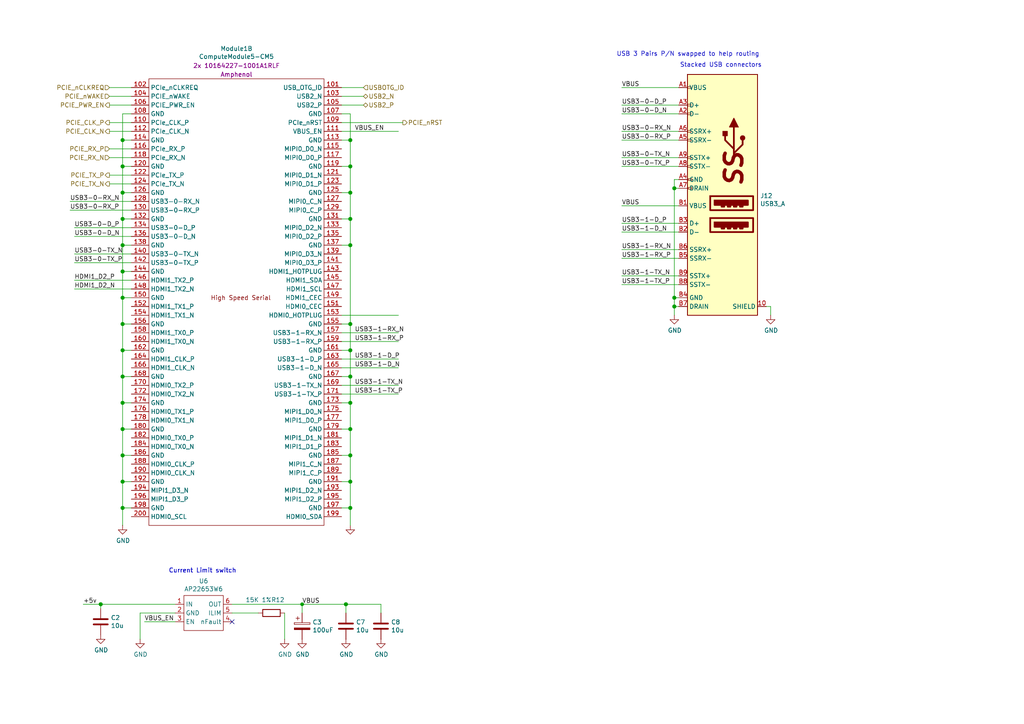
<source format=kicad_sch>
(kicad_sch
	(version 20250114)
	(generator "eeschema")
	(generator_version "9.0")
	(uuid "3457afc5-3e4f-4220-81d1-b079f653a722")
	(paper "A4")
	(title_block
		(title "Compute Module 5 IO ")
		(rev "1")
		(company "E-SMART SOLUTIONS")
		(comment 1 "Mostafa Bakir")
	)
	(lib_symbols
		(symbol "CM5IO:AP2553W6"
			(exclude_from_sim no)
			(in_bom yes)
			(on_board yes)
			(property "Reference" "U"
				(at 3.81 -6.35 0)
				(effects
					(font
						(size 1.27 1.27)
					)
				)
			)
			(property "Value" "AP2553W6"
				(at -3.81 -6.35 0)
				(effects
					(font
						(size 1.27 1.27)
					)
				)
			)
			(property "Footprint" "Package_TO_SOT_SMD:SOT-23-6"
				(at 3.81 -6.35 0)
				(effects
					(font
						(size 1.27 1.27)
					)
					(hide yes)
				)
			)
			(property "Datasheet" "https://www.diodes.com/assets/Datasheets/AP255x.pdf"
				(at 3.81 -6.35 0)
				(effects
					(font
						(size 1.27 1.27)
					)
					(hide yes)
				)
			)
			(property "Description" ""
				(at 0 0 0)
				(effects
					(font
						(size 1.27 1.27)
					)
					(hide yes)
				)
			)
			(property "Field4" "Digikey"
				(at 0 0 0)
				(effects
					(font
						(size 1.27 1.27)
					)
					(hide yes)
				)
			)
			(property "Field5" "AP2553W6-7DICT-ND"
				(at 0 0 0)
				(effects
					(font
						(size 1.27 1.27)
					)
					(hide yes)
				)
			)
			(symbol "AP2553W6_0_0"
				(pin power_in line
					(at -8.89 2.54 0)
					(length 2.54)
					(name "IN"
						(effects
							(font
								(size 1.27 1.27)
							)
						)
					)
					(number "1"
						(effects
							(font
								(size 1.27 1.27)
							)
						)
					)
				)
				(pin power_out line
					(at -8.89 0 0)
					(length 2.54)
					(name "GND"
						(effects
							(font
								(size 1.27 1.27)
							)
						)
					)
					(number "2"
						(effects
							(font
								(size 1.27 1.27)
							)
						)
					)
				)
				(pin input line
					(at -8.89 -2.54 0)
					(length 2.54)
					(name "EN"
						(effects
							(font
								(size 1.27 1.27)
							)
						)
					)
					(number "3"
						(effects
							(font
								(size 1.27 1.27)
							)
						)
					)
				)
				(pin power_out line
					(at 7.62 2.54 180)
					(length 2.54)
					(name "OUT"
						(effects
							(font
								(size 1.27 1.27)
							)
						)
					)
					(number "6"
						(effects
							(font
								(size 1.27 1.27)
							)
						)
					)
				)
				(pin passive line
					(at 7.62 0 180)
					(length 2.54)
					(name "ILIM"
						(effects
							(font
								(size 1.27 1.27)
							)
						)
					)
					(number "5"
						(effects
							(font
								(size 1.27 1.27)
							)
						)
					)
				)
				(pin open_collector line
					(at 7.62 -2.54 180)
					(length 2.54)
					(name "nFault"
						(effects
							(font
								(size 1.27 1.27)
							)
						)
					)
					(number "4"
						(effects
							(font
								(size 1.27 1.27)
							)
						)
					)
				)
			)
			(symbol "AP2553W6_0_1"
				(rectangle
					(start -6.35 5.08)
					(end 5.08 -5.08)
					(stroke
						(width 0)
						(type default)
					)
					(fill
						(type none)
					)
				)
			)
			(embedded_fonts no)
		)
		(symbol "CM5IO:ComputeModule5-CM5"
			(exclude_from_sim no)
			(in_bom yes)
			(on_board yes)
			(property "Reference" "Module"
				(at 113.03 -68.58 0)
				(effects
					(font
						(size 1.27 1.27)
					)
				)
			)
			(property "Value" "ComputeModule5-CM5"
				(at 140.97 2.54 0)
				(effects
					(font
						(size 1.27 1.27)
					)
				)
			)
			(property "Footprint" "CM5IO:Raspberry-Pi-5-Compute-Module"
				(at 142.24 -26.67 0)
				(effects
					(font
						(size 1.27 1.27)
					)
					(hide yes)
				)
			)
			(property "Datasheet" ""
				(at 142.24 -26.67 0)
				(effects
					(font
						(size 1.27 1.27)
					)
					(hide yes)
				)
			)
			(property "Description" "RaspberryPi Compute module 5"
				(at 0 0 0)
				(effects
					(font
						(size 1.27 1.27)
					)
					(hide yes)
				)
			)
			(property "Field4" "Amphenol"
				(at 0 0 0)
				(effects
					(font
						(size 1.27 1.27)
					)
				)
			)
			(property "Field5" "2x 10164227-1001A1RLF"
				(at 0 -2.54 0)
				(effects
					(font
						(size 1.27 1.27)
					)
				)
			)
			(property "ki_locked" ""
				(at 0 0 0)
				(effects
					(font
						(size 1.27 1.27)
					)
				)
			)
			(symbol "ComputeModule5-CM5_1_0"
				(text "GPIO"
					(at 0 6.35 0)
					(effects
						(font
							(size 1.27 1.27)
						)
					)
				)
			)
			(symbol "ComputeModule5-CM5_1_1"
				(rectangle
					(start -30.48 -71.12)
					(end 25.4 58.42)
					(stroke
						(width 0)
						(type default)
					)
					(fill
						(type none)
					)
				)
				(text "600mA Max"
					(at -8.89 -48.26 0)
					(effects
						(font
							(size 1.27 1.27)
						)
					)
				)
				(text "600mA Max"
					(at -8.89 -53.34 0)
					(effects
						(font
							(size 1.27 1.27)
						)
					)
				)
				(text "NB SD signals are only available"
					(at -1.27 -27.94 0)
					(effects
						(font
							(size 1.27 1.27)
						)
					)
				)
				(text "on modules without eMMC"
					(at -1.27 -30.48 0)
					(effects
						(font
							(size 1.27 1.27)
						)
					)
				)
				(pin power_in line
					(at -33.02 55.88 0)
					(length 2.54)
					(name "GND"
						(effects
							(font
								(size 1.27 1.27)
							)
						)
					)
					(number "2"
						(effects
							(font
								(size 1.27 1.27)
							)
						)
					)
				)
				(pin passive line
					(at -33.02 53.34 0)
					(length 2.54)
					(name "Ethernet_Pair1_P"
						(effects
							(font
								(size 1.27 1.27)
							)
						)
					)
					(number "4"
						(effects
							(font
								(size 1.27 1.27)
							)
						)
					)
				)
				(pin passive line
					(at -33.02 50.8 0)
					(length 2.54)
					(name "Ethernet_Pair1_N"
						(effects
							(font
								(size 1.27 1.27)
							)
						)
					)
					(number "6"
						(effects
							(font
								(size 1.27 1.27)
							)
						)
					)
				)
				(pin power_in line
					(at -33.02 48.26 0)
					(length 2.54)
					(name "GND"
						(effects
							(font
								(size 1.27 1.27)
							)
						)
					)
					(number "8"
						(effects
							(font
								(size 1.27 1.27)
							)
						)
					)
				)
				(pin passive line
					(at -33.02 45.72 0)
					(length 2.54)
					(name "Ethernet_Pair0_N"
						(effects
							(font
								(size 1.27 1.27)
							)
						)
					)
					(number "10"
						(effects
							(font
								(size 1.27 1.27)
							)
						)
					)
				)
				(pin passive line
					(at -33.02 43.18 0)
					(length 2.54)
					(name "Ethernet_Pair0_P"
						(effects
							(font
								(size 1.27 1.27)
							)
						)
					)
					(number "12"
						(effects
							(font
								(size 1.27 1.27)
							)
						)
					)
				)
				(pin power_in line
					(at -33.02 40.64 0)
					(length 2.54)
					(name "GND"
						(effects
							(font
								(size 1.27 1.27)
							)
						)
					)
					(number "14"
						(effects
							(font
								(size 1.27 1.27)
							)
						)
					)
				)
				(pin input line
					(at -33.02 38.1 0)
					(length 2.54)
					(name "FAN_TACHO"
						(effects
							(font
								(size 1.27 1.27)
							)
						)
					)
					(number "16"
						(effects
							(font
								(size 1.27 1.27)
							)
						)
					)
				)
				(pin input line
					(at -33.02 35.56 0)
					(length 2.54)
					(name "Ethernet_SYNC_OUT(3.3v)"
						(effects
							(font
								(size 1.27 1.27)
							)
						)
					)
					(number "18"
						(effects
							(font
								(size 1.27 1.27)
							)
						)
					)
				)
				(pin passive line
					(at -33.02 33.02 0)
					(length 2.54)
					(name "EEPROM_nWP"
						(effects
							(font
								(size 1.27 1.27)
							)
						)
					)
					(number "20"
						(effects
							(font
								(size 1.27 1.27)
							)
						)
					)
				)
				(pin power_in line
					(at -33.02 30.48 0)
					(length 2.54)
					(name "GND"
						(effects
							(font
								(size 1.27 1.27)
							)
						)
					)
					(number "22"
						(effects
							(font
								(size 1.27 1.27)
							)
						)
					)
				)
				(pin passive line
					(at -33.02 27.94 0)
					(length 2.54)
					(name "GPIO26"
						(effects
							(font
								(size 1.27 1.27)
							)
						)
					)
					(number "24"
						(effects
							(font
								(size 1.27 1.27)
							)
						)
					)
				)
				(pin passive line
					(at -33.02 25.4 0)
					(length 2.54)
					(name "GPIO19"
						(effects
							(font
								(size 1.27 1.27)
							)
						)
					)
					(number "26"
						(effects
							(font
								(size 1.27 1.27)
							)
						)
					)
				)
				(pin passive line
					(at -33.02 22.86 0)
					(length 2.54)
					(name "GPIO13"
						(effects
							(font
								(size 1.27 1.27)
							)
						)
					)
					(number "28"
						(effects
							(font
								(size 1.27 1.27)
							)
						)
					)
				)
				(pin passive line
					(at -33.02 20.32 0)
					(length 2.54)
					(name "GPIO6"
						(effects
							(font
								(size 1.27 1.27)
							)
						)
					)
					(number "30"
						(effects
							(font
								(size 1.27 1.27)
							)
						)
					)
				)
				(pin power_in line
					(at -33.02 17.78 0)
					(length 2.54)
					(name "GND"
						(effects
							(font
								(size 1.27 1.27)
							)
						)
					)
					(number "32"
						(effects
							(font
								(size 1.27 1.27)
							)
						)
					)
				)
				(pin passive line
					(at -33.02 15.24 0)
					(length 2.54)
					(name "GPIO5"
						(effects
							(font
								(size 1.27 1.27)
							)
						)
					)
					(number "34"
						(effects
							(font
								(size 1.27 1.27)
							)
						)
					)
				)
				(pin passive line
					(at -33.02 12.7 0)
					(length 2.54)
					(name "ID_SD"
						(effects
							(font
								(size 1.27 1.27)
							)
						)
					)
					(number "36"
						(effects
							(font
								(size 1.27 1.27)
							)
						)
					)
				)
				(pin passive line
					(at -33.02 10.16 0)
					(length 2.54)
					(name "GPIO11"
						(effects
							(font
								(size 1.27 1.27)
							)
						)
					)
					(number "38"
						(effects
							(font
								(size 1.27 1.27)
							)
						)
					)
				)
				(pin passive line
					(at -33.02 7.62 0)
					(length 2.54)
					(name "GPIO9"
						(effects
							(font
								(size 1.27 1.27)
							)
						)
					)
					(number "40"
						(effects
							(font
								(size 1.27 1.27)
							)
						)
					)
				)
				(pin power_in line
					(at -33.02 5.08 0)
					(length 2.54)
					(name "GND"
						(effects
							(font
								(size 1.27 1.27)
							)
						)
					)
					(number "42"
						(effects
							(font
								(size 1.27 1.27)
							)
						)
					)
				)
				(pin passive line
					(at -33.02 2.54 0)
					(length 2.54)
					(name "GPIO10"
						(effects
							(font
								(size 1.27 1.27)
							)
						)
					)
					(number "44"
						(effects
							(font
								(size 1.27 1.27)
							)
						)
					)
				)
				(pin passive line
					(at -33.02 0 0)
					(length 2.54)
					(name "GPIO22"
						(effects
							(font
								(size 1.27 1.27)
							)
						)
					)
					(number "46"
						(effects
							(font
								(size 1.27 1.27)
							)
						)
					)
				)
				(pin passive line
					(at -33.02 -2.54 0)
					(length 2.54)
					(name "GPIO27"
						(effects
							(font
								(size 1.27 1.27)
							)
						)
					)
					(number "48"
						(effects
							(font
								(size 1.27 1.27)
							)
						)
					)
				)
				(pin passive line
					(at -33.02 -5.08 0)
					(length 2.54)
					(name "GPIO17"
						(effects
							(font
								(size 1.27 1.27)
							)
						)
					)
					(number "50"
						(effects
							(font
								(size 1.27 1.27)
							)
						)
					)
				)
				(pin power_in line
					(at -33.02 -7.62 0)
					(length 2.54)
					(name "GND"
						(effects
							(font
								(size 1.27 1.27)
							)
						)
					)
					(number "52"
						(effects
							(font
								(size 1.27 1.27)
							)
						)
					)
				)
				(pin passive line
					(at -33.02 -10.16 0)
					(length 2.54)
					(name "GPIO4"
						(effects
							(font
								(size 1.27 1.27)
							)
						)
					)
					(number "54"
						(effects
							(font
								(size 1.27 1.27)
							)
						)
					)
				)
				(pin passive line
					(at -33.02 -12.7 0)
					(length 2.54)
					(name "GPIO3"
						(effects
							(font
								(size 1.27 1.27)
							)
						)
					)
					(number "56"
						(effects
							(font
								(size 1.27 1.27)
							)
						)
					)
				)
				(pin passive line
					(at -33.02 -15.24 0)
					(length 2.54)
					(name "GPIO2"
						(effects
							(font
								(size 1.27 1.27)
							)
						)
					)
					(number "58"
						(effects
							(font
								(size 1.27 1.27)
							)
						)
					)
				)
				(pin power_in line
					(at -33.02 -17.78 0)
					(length 2.54)
					(name "GND"
						(effects
							(font
								(size 1.27 1.27)
							)
						)
					)
					(number "60"
						(effects
							(font
								(size 1.27 1.27)
							)
						)
					)
				)
				(pin passive line
					(at -33.02 -20.32 0)
					(length 2.54)
					(name "SD_CMD"
						(effects
							(font
								(size 1.27 1.27)
							)
						)
					)
					(number "62"
						(effects
							(font
								(size 1.27 1.27)
							)
						)
					)
				)
				(pin passive line
					(at -33.02 -22.86 0)
					(length 2.54)
					(name "SD_DAT5"
						(effects
							(font
								(size 1.27 1.27)
							)
						)
					)
					(number "64"
						(effects
							(font
								(size 1.27 1.27)
							)
						)
					)
				)
				(pin power_in line
					(at -33.02 -25.4 0)
					(length 2.54)
					(name "GND"
						(effects
							(font
								(size 1.27 1.27)
							)
						)
					)
					(number "66"
						(effects
							(font
								(size 1.27 1.27)
							)
						)
					)
				)
				(pin passive line
					(at -33.02 -27.94 0)
					(length 2.54)
					(name "SD_DAT4"
						(effects
							(font
								(size 1.27 1.27)
							)
						)
					)
					(number "68"
						(effects
							(font
								(size 1.27 1.27)
							)
						)
					)
				)
				(pin passive line
					(at -33.02 -30.48 0)
					(length 2.54)
					(name "SD_DAT7"
						(effects
							(font
								(size 1.27 1.27)
							)
						)
					)
					(number "70"
						(effects
							(font
								(size 1.27 1.27)
							)
						)
					)
				)
				(pin passive line
					(at -33.02 -33.02 0)
					(length 2.54)
					(name "SD_DAT6"
						(effects
							(font
								(size 1.27 1.27)
							)
						)
					)
					(number "72"
						(effects
							(font
								(size 1.27 1.27)
							)
						)
					)
				)
				(pin power_in line
					(at -33.02 -35.56 0)
					(length 2.54)
					(name "GND"
						(effects
							(font
								(size 1.27 1.27)
							)
						)
					)
					(number "74"
						(effects
							(font
								(size 1.27 1.27)
							)
						)
					)
				)
				(pin passive line
					(at -33.02 -38.1 0)
					(length 2.54)
					(name "VBAT"
						(effects
							(font
								(size 1.27 1.27)
							)
						)
					)
					(number "76"
						(effects
							(font
								(size 1.27 1.27)
							)
						)
					)
				)
				(pin power_in line
					(at -33.02 -40.64 0)
					(length 2.54)
					(name "GPIO_VREF(1.8v/3.3v_Input)"
						(effects
							(font
								(size 1.27 1.27)
							)
						)
					)
					(number "78"
						(effects
							(font
								(size 1.27 1.27)
							)
						)
					)
				)
				(pin passive line
					(at -33.02 -43.18 0)
					(length 2.54)
					(name "SCL0"
						(effects
							(font
								(size 1.27 1.27)
							)
						)
					)
					(number "80"
						(effects
							(font
								(size 1.27 1.27)
							)
						)
					)
				)
				(pin passive line
					(at -33.02 -45.72 0)
					(length 2.54)
					(name "SDA0"
						(effects
							(font
								(size 1.27 1.27)
							)
						)
					)
					(number "82"
						(effects
							(font
								(size 1.27 1.27)
							)
						)
					)
				)
				(pin power_out line
					(at -33.02 -48.26 0)
					(length 2.54)
					(name "+3.3v_(Output)"
						(effects
							(font
								(size 1.27 1.27)
							)
						)
					)
					(number "84"
						(effects
							(font
								(size 1.27 1.27)
							)
						)
					)
				)
				(pin passive line
					(at -33.02 -50.8 0)
					(length 2.54)
					(name "+3.3v_(Output)"
						(effects
							(font
								(size 1.27 1.27)
							)
						)
					)
					(number "86"
						(effects
							(font
								(size 1.27 1.27)
							)
						)
					)
				)
				(pin power_out line
					(at -33.02 -53.34 0)
					(length 2.54)
					(name "+1.8v_(Output)"
						(effects
							(font
								(size 1.27 1.27)
							)
						)
					)
					(number "88"
						(effects
							(font
								(size 1.27 1.27)
							)
						)
					)
				)
				(pin passive line
					(at -33.02 -55.88 0)
					(length 2.54)
					(name "+1.8v_(Output)"
						(effects
							(font
								(size 1.27 1.27)
							)
						)
					)
					(number "90"
						(effects
							(font
								(size 1.27 1.27)
							)
						)
					)
				)
				(pin passive line
					(at -33.02 -58.42 0)
					(length 2.54)
					(name "PWR_BUT"
						(effects
							(font
								(size 1.27 1.27)
							)
						)
					)
					(number "92"
						(effects
							(font
								(size 1.27 1.27)
							)
						)
					)
				)
				(pin passive line
					(at -33.02 -60.96 0)
					(length 2.54)
					(name "CC1"
						(effects
							(font
								(size 1.27 1.27)
							)
						)
					)
					(number "94"
						(effects
							(font
								(size 1.27 1.27)
							)
						)
					)
				)
				(pin passive line
					(at -33.02 -63.5 0)
					(length 2.54)
					(name "CC2"
						(effects
							(font
								(size 1.27 1.27)
							)
						)
					)
					(number "96"
						(effects
							(font
								(size 1.27 1.27)
							)
						)
					)
				)
				(pin power_in line
					(at -33.02 -66.04 0)
					(length 2.54)
					(name "GND"
						(effects
							(font
								(size 1.27 1.27)
							)
						)
					)
					(number "98"
						(effects
							(font
								(size 1.27 1.27)
							)
						)
					)
				)
				(pin passive line
					(at -33.02 -68.58 0)
					(length 2.54)
					(name "CAM_GPIO1"
						(effects
							(font
								(size 1.27 1.27)
							)
						)
					)
					(number "100"
						(effects
							(font
								(size 1.27 1.27)
							)
						)
					)
				)
				(pin power_in line
					(at 27.94 55.88 180)
					(length 2.54)
					(name "GND"
						(effects
							(font
								(size 1.27 1.27)
							)
						)
					)
					(number "1"
						(effects
							(font
								(size 1.27 1.27)
							)
						)
					)
				)
				(pin passive line
					(at 27.94 53.34 180)
					(length 2.54)
					(name "Ethernet_Pair3_P"
						(effects
							(font
								(size 1.27 1.27)
							)
						)
					)
					(number "3"
						(effects
							(font
								(size 1.27 1.27)
							)
						)
					)
				)
				(pin passive line
					(at 27.94 50.8 180)
					(length 2.54)
					(name "Ethernet_Pair3_N"
						(effects
							(font
								(size 1.27 1.27)
							)
						)
					)
					(number "5"
						(effects
							(font
								(size 1.27 1.27)
							)
						)
					)
				)
				(pin power_in line
					(at 27.94 48.26 180)
					(length 2.54)
					(name "GND"
						(effects
							(font
								(size 1.27 1.27)
							)
						)
					)
					(number "7"
						(effects
							(font
								(size 1.27 1.27)
							)
						)
					)
				)
				(pin passive line
					(at 27.94 45.72 180)
					(length 2.54)
					(name "Ethernet_Pair2_N"
						(effects
							(font
								(size 1.27 1.27)
							)
						)
					)
					(number "9"
						(effects
							(font
								(size 1.27 1.27)
							)
						)
					)
				)
				(pin passive line
					(at 27.94 43.18 180)
					(length 2.54)
					(name "Ethernet_Pair2_P"
						(effects
							(font
								(size 1.27 1.27)
							)
						)
					)
					(number "11"
						(effects
							(font
								(size 1.27 1.27)
							)
						)
					)
				)
				(pin power_in line
					(at 27.94 40.64 180)
					(length 2.54)
					(name "GND"
						(effects
							(font
								(size 1.27 1.27)
							)
						)
					)
					(number "13"
						(effects
							(font
								(size 1.27 1.27)
							)
						)
					)
				)
				(pin output line
					(at 27.94 38.1 180)
					(length 2.54)
					(name "Ethernet_nLED3(3.3v)"
						(effects
							(font
								(size 1.27 1.27)
							)
						)
					)
					(number "15"
						(effects
							(font
								(size 1.27 1.27)
							)
						)
					)
				)
				(pin output line
					(at 27.94 35.56 180)
					(length 2.54)
					(name "Ethernet_nLED2(3.3v)"
						(effects
							(font
								(size 1.27 1.27)
							)
						)
					)
					(number "17"
						(effects
							(font
								(size 1.27 1.27)
							)
						)
					)
				)
				(pin output line
					(at 27.94 33.02 180)
					(length 2.54)
					(name "FAN_PWM"
						(effects
							(font
								(size 1.27 1.27)
							)
						)
					)
					(number "19"
						(effects
							(font
								(size 1.27 1.27)
							)
						)
					)
				)
				(pin open_collector line
					(at 27.94 30.48 180)
					(length 2.54)
					(name "LED_nACT"
						(effects
							(font
								(size 1.27 1.27)
							)
						)
					)
					(number "21"
						(effects
							(font
								(size 1.27 1.27)
							)
						)
					)
				)
				(pin power_in line
					(at 27.94 27.94 180)
					(length 2.54)
					(name "GND"
						(effects
							(font
								(size 1.27 1.27)
							)
						)
					)
					(number "23"
						(effects
							(font
								(size 1.27 1.27)
							)
						)
					)
				)
				(pin passive line
					(at 27.94 25.4 180)
					(length 2.54)
					(name "GPIO21"
						(effects
							(font
								(size 1.27 1.27)
							)
						)
					)
					(number "25"
						(effects
							(font
								(size 1.27 1.27)
							)
						)
					)
				)
				(pin passive line
					(at 27.94 22.86 180)
					(length 2.54)
					(name "GPIO20"
						(effects
							(font
								(size 1.27 1.27)
							)
						)
					)
					(number "27"
						(effects
							(font
								(size 1.27 1.27)
							)
						)
					)
				)
				(pin passive line
					(at 27.94 20.32 180)
					(length 2.54)
					(name "GPIO16"
						(effects
							(font
								(size 1.27 1.27)
							)
						)
					)
					(number "29"
						(effects
							(font
								(size 1.27 1.27)
							)
						)
					)
				)
				(pin passive line
					(at 27.94 17.78 180)
					(length 2.54)
					(name "GPIO12"
						(effects
							(font
								(size 1.27 1.27)
							)
						)
					)
					(number "31"
						(effects
							(font
								(size 1.27 1.27)
							)
						)
					)
				)
				(pin power_in line
					(at 27.94 15.24 180)
					(length 2.54)
					(name "GND"
						(effects
							(font
								(size 1.27 1.27)
							)
						)
					)
					(number "33"
						(effects
							(font
								(size 1.27 1.27)
							)
						)
					)
				)
				(pin passive line
					(at 27.94 12.7 180)
					(length 2.54)
					(name "ID_SC"
						(effects
							(font
								(size 1.27 1.27)
							)
						)
					)
					(number "35"
						(effects
							(font
								(size 1.27 1.27)
							)
						)
					)
				)
				(pin passive line
					(at 27.94 10.16 180)
					(length 2.54)
					(name "GPIO7"
						(effects
							(font
								(size 1.27 1.27)
							)
						)
					)
					(number "37"
						(effects
							(font
								(size 1.27 1.27)
							)
						)
					)
				)
				(pin passive line
					(at 27.94 7.62 180)
					(length 2.54)
					(name "GPIO8"
						(effects
							(font
								(size 1.27 1.27)
							)
						)
					)
					(number "39"
						(effects
							(font
								(size 1.27 1.27)
							)
						)
					)
				)
				(pin passive line
					(at 27.94 5.08 180)
					(length 2.54)
					(name "GPIO25"
						(effects
							(font
								(size 1.27 1.27)
							)
						)
					)
					(number "41"
						(effects
							(font
								(size 1.27 1.27)
							)
						)
					)
				)
				(pin power_in line
					(at 27.94 2.54 180)
					(length 2.54)
					(name "GND"
						(effects
							(font
								(size 1.27 1.27)
							)
						)
					)
					(number "43"
						(effects
							(font
								(size 1.27 1.27)
							)
						)
					)
				)
				(pin passive line
					(at 27.94 0 180)
					(length 2.54)
					(name "GPIO24"
						(effects
							(font
								(size 1.27 1.27)
							)
						)
					)
					(number "45"
						(effects
							(font
								(size 1.27 1.27)
							)
						)
					)
				)
				(pin passive line
					(at 27.94 -2.54 180)
					(length 2.54)
					(name "GPIO23"
						(effects
							(font
								(size 1.27 1.27)
							)
						)
					)
					(number "47"
						(effects
							(font
								(size 1.27 1.27)
							)
						)
					)
				)
				(pin passive line
					(at 27.94 -5.08 180)
					(length 2.54)
					(name "GPIO18"
						(effects
							(font
								(size 1.27 1.27)
							)
						)
					)
					(number "49"
						(effects
							(font
								(size 1.27 1.27)
							)
						)
					)
				)
				(pin passive line
					(at 27.94 -7.62 180)
					(length 2.54)
					(name "GPIO15"
						(effects
							(font
								(size 1.27 1.27)
							)
						)
					)
					(number "51"
						(effects
							(font
								(size 1.27 1.27)
							)
						)
					)
				)
				(pin power_in line
					(at 27.94 -10.16 180)
					(length 2.54)
					(name "GND"
						(effects
							(font
								(size 1.27 1.27)
							)
						)
					)
					(number "53"
						(effects
							(font
								(size 1.27 1.27)
							)
						)
					)
				)
				(pin passive line
					(at 27.94 -12.7 180)
					(length 2.54)
					(name "GPIO14"
						(effects
							(font
								(size 1.27 1.27)
							)
						)
					)
					(number "55"
						(effects
							(font
								(size 1.27 1.27)
							)
						)
					)
				)
				(pin passive line
					(at 27.94 -15.24 180)
					(length 2.54)
					(name "SD_CLK"
						(effects
							(font
								(size 1.27 1.27)
							)
						)
					)
					(number "57"
						(effects
							(font
								(size 1.27 1.27)
							)
						)
					)
				)
				(pin power_in line
					(at 27.94 -17.78 180)
					(length 2.54)
					(name "GND"
						(effects
							(font
								(size 1.27 1.27)
							)
						)
					)
					(number "59"
						(effects
							(font
								(size 1.27 1.27)
							)
						)
					)
				)
				(pin passive line
					(at 27.94 -20.32 180)
					(length 2.54)
					(name "SD_DAT3"
						(effects
							(font
								(size 1.27 1.27)
							)
						)
					)
					(number "61"
						(effects
							(font
								(size 1.27 1.27)
							)
						)
					)
				)
				(pin passive line
					(at 27.94 -22.86 180)
					(length 2.54)
					(name "SD_DAT0"
						(effects
							(font
								(size 1.27 1.27)
							)
						)
					)
					(number "63"
						(effects
							(font
								(size 1.27 1.27)
							)
						)
					)
				)
				(pin power_in line
					(at 27.94 -25.4 180)
					(length 2.54)
					(name "GND"
						(effects
							(font
								(size 1.27 1.27)
							)
						)
					)
					(number "65"
						(effects
							(font
								(size 1.27 1.27)
							)
						)
					)
				)
				(pin passive line
					(at 27.94 -27.94 180)
					(length 2.54)
					(name "SD_DAT1"
						(effects
							(font
								(size 1.27 1.27)
							)
						)
					)
					(number "67"
						(effects
							(font
								(size 1.27 1.27)
							)
						)
					)
				)
				(pin passive line
					(at 27.94 -30.48 180)
					(length 2.54)
					(name "SD_DAT2"
						(effects
							(font
								(size 1.27 1.27)
							)
						)
					)
					(number "69"
						(effects
							(font
								(size 1.27 1.27)
							)
						)
					)
				)
				(pin power_in line
					(at 27.94 -33.02 180)
					(length 2.54)
					(name "GND"
						(effects
							(font
								(size 1.27 1.27)
							)
						)
					)
					(number "71"
						(effects
							(font
								(size 1.27 1.27)
							)
						)
					)
				)
				(pin input line
					(at 27.94 -35.56 180)
					(length 2.54)
					(name "SD_VDD_Override"
						(effects
							(font
								(size 1.27 1.27)
							)
						)
					)
					(number "73"
						(effects
							(font
								(size 1.27 1.27)
							)
						)
					)
				)
				(pin output line
					(at 27.94 -38.1 180)
					(length 2.54)
					(name "SD_PWR_ON"
						(effects
							(font
								(size 1.27 1.27)
							)
						)
					)
					(number "75"
						(effects
							(font
								(size 1.27 1.27)
							)
						)
					)
				)
				(pin power_in line
					(at 27.94 -40.64 180)
					(length 2.54)
					(name "+5v_(Input)"
						(effects
							(font
								(size 1.27 1.27)
							)
						)
					)
					(number "77"
						(effects
							(font
								(size 1.27 1.27)
							)
						)
					)
				)
				(pin power_in line
					(at 27.94 -43.18 180)
					(length 2.54)
					(name "+5v_(Input)"
						(effects
							(font
								(size 1.27 1.27)
							)
						)
					)
					(number "79"
						(effects
							(font
								(size 1.27 1.27)
							)
						)
					)
				)
				(pin power_in line
					(at 27.94 -45.72 180)
					(length 2.54)
					(name "+5v_(Input)"
						(effects
							(font
								(size 1.27 1.27)
							)
						)
					)
					(number "81"
						(effects
							(font
								(size 1.27 1.27)
							)
						)
					)
				)
				(pin power_in line
					(at 27.94 -48.26 180)
					(length 2.54)
					(name "+5v_(Input)"
						(effects
							(font
								(size 1.27 1.27)
							)
						)
					)
					(number "83"
						(effects
							(font
								(size 1.27 1.27)
							)
						)
					)
				)
				(pin power_in line
					(at 27.94 -50.8 180)
					(length 2.54)
					(name "+5v_(Input)"
						(effects
							(font
								(size 1.27 1.27)
							)
						)
					)
					(number "85"
						(effects
							(font
								(size 1.27 1.27)
							)
						)
					)
				)
				(pin power_in line
					(at 27.94 -53.34 180)
					(length 2.54)
					(name "+5v_(Input)"
						(effects
							(font
								(size 1.27 1.27)
							)
						)
					)
					(number "87"
						(effects
							(font
								(size 1.27 1.27)
							)
						)
					)
				)
				(pin input line
					(at 27.94 -55.88 180)
					(length 2.54)
					(name "WiFi_nDisable"
						(effects
							(font
								(size 1.27 1.27)
							)
						)
					)
					(number "89"
						(effects
							(font
								(size 1.27 1.27)
							)
						)
					)
				)
				(pin input line
					(at 27.94 -58.42 180)
					(length 2.54)
					(name "BT_nDisable"
						(effects
							(font
								(size 1.27 1.27)
							)
						)
					)
					(number "91"
						(effects
							(font
								(size 1.27 1.27)
							)
						)
					)
				)
				(pin input line
					(at 27.94 -60.96 180)
					(length 2.54)
					(name "nRPIBOOT"
						(effects
							(font
								(size 1.27 1.27)
							)
						)
					)
					(number "93"
						(effects
							(font
								(size 1.27 1.27)
							)
						)
					)
				)
				(pin output line
					(at 27.94 -63.5 180)
					(length 2.54)
					(name "LED_nPWR"
						(effects
							(font
								(size 1.27 1.27)
							)
						)
					)
					(number "95"
						(effects
							(font
								(size 1.27 1.27)
							)
						)
					)
				)
				(pin passive line
					(at 27.94 -66.04 180)
					(length 2.54)
					(name "CAM_GPIO0"
						(effects
							(font
								(size 1.27 1.27)
							)
						)
					)
					(number "97"
						(effects
							(font
								(size 1.27 1.27)
							)
						)
					)
				)
				(pin input line
					(at 27.94 -68.58 180)
					(length 2.54)
					(name "PMIC_ENABLE"
						(effects
							(font
								(size 1.27 1.27)
							)
						)
					)
					(number "99"
						(effects
							(font
								(size 1.27 1.27)
							)
						)
					)
				)
			)
			(symbol "ComputeModule5-CM5_2_1"
				(rectangle
					(start 114.3 -66.04)
					(end 165.1 63.5)
					(stroke
						(width 0)
						(type default)
					)
					(fill
						(type none)
					)
				)
				(text "High Speed Serial"
					(at 140.97 0 0)
					(effects
						(font
							(size 1.27 1.27)
						)
					)
				)
				(pin input line
					(at 109.22 60.96 0)
					(length 5.08)
					(name "PCIe_nCLKREQ"
						(effects
							(font
								(size 1.27 1.27)
							)
						)
					)
					(number "102"
						(effects
							(font
								(size 1.27 1.27)
							)
						)
					)
				)
				(pin input line
					(at 109.22 58.42 0)
					(length 5.08)
					(name "PCIE_nWAKE"
						(effects
							(font
								(size 1.27 1.27)
							)
						)
					)
					(number "104"
						(effects
							(font
								(size 1.27 1.27)
							)
						)
					)
				)
				(pin output line
					(at 109.22 55.88 0)
					(length 5.08)
					(name "PCIE_PWR_EN"
						(effects
							(font
								(size 1.27 1.27)
							)
						)
					)
					(number "106"
						(effects
							(font
								(size 1.27 1.27)
							)
						)
					)
				)
				(pin power_in line
					(at 109.22 53.34 0)
					(length 5.08)
					(name "GND"
						(effects
							(font
								(size 1.27 1.27)
							)
						)
					)
					(number "108"
						(effects
							(font
								(size 1.27 1.27)
							)
						)
					)
				)
				(pin output line
					(at 109.22 50.8 0)
					(length 5.08)
					(name "PCIe_CLK_P"
						(effects
							(font
								(size 1.27 1.27)
							)
						)
					)
					(number "110"
						(effects
							(font
								(size 1.27 1.27)
							)
						)
					)
				)
				(pin output line
					(at 109.22 48.26 0)
					(length 5.08)
					(name "PCIe_CLK_N"
						(effects
							(font
								(size 1.27 1.27)
							)
						)
					)
					(number "112"
						(effects
							(font
								(size 1.27 1.27)
							)
						)
					)
				)
				(pin power_in line
					(at 109.22 45.72 0)
					(length 5.08)
					(name "GND"
						(effects
							(font
								(size 1.27 1.27)
							)
						)
					)
					(number "114"
						(effects
							(font
								(size 1.27 1.27)
							)
						)
					)
				)
				(pin input line
					(at 109.22 43.18 0)
					(length 5.08)
					(name "PCIe_RX_P"
						(effects
							(font
								(size 1.27 1.27)
							)
						)
					)
					(number "116"
						(effects
							(font
								(size 1.27 1.27)
							)
						)
					)
				)
				(pin input line
					(at 109.22 40.64 0)
					(length 5.08)
					(name "PCIe_RX_N"
						(effects
							(font
								(size 1.27 1.27)
							)
						)
					)
					(number "118"
						(effects
							(font
								(size 1.27 1.27)
							)
						)
					)
				)
				(pin power_in line
					(at 109.22 38.1 0)
					(length 5.08)
					(name "GND"
						(effects
							(font
								(size 1.27 1.27)
							)
						)
					)
					(number "120"
						(effects
							(font
								(size 1.27 1.27)
							)
						)
					)
				)
				(pin output line
					(at 109.22 35.56 0)
					(length 5.08)
					(name "PCIe_TX_P"
						(effects
							(font
								(size 1.27 1.27)
							)
						)
					)
					(number "122"
						(effects
							(font
								(size 1.27 1.27)
							)
						)
					)
				)
				(pin output line
					(at 109.22 33.02 0)
					(length 5.08)
					(name "PCIe_TX_N"
						(effects
							(font
								(size 1.27 1.27)
							)
						)
					)
					(number "124"
						(effects
							(font
								(size 1.27 1.27)
							)
						)
					)
				)
				(pin power_in line
					(at 109.22 30.48 0)
					(length 5.08)
					(name "GND"
						(effects
							(font
								(size 1.27 1.27)
							)
						)
					)
					(number "126"
						(effects
							(font
								(size 1.27 1.27)
							)
						)
					)
				)
				(pin input line
					(at 109.22 27.94 0)
					(length 5.08)
					(name "USB3-0-RX_N"
						(effects
							(font
								(size 1.27 1.27)
							)
						)
					)
					(number "128"
						(effects
							(font
								(size 1.27 1.27)
							)
						)
					)
				)
				(pin input line
					(at 109.22 25.4 0)
					(length 5.08)
					(name "USB3-0-RX_P"
						(effects
							(font
								(size 1.27 1.27)
							)
						)
					)
					(number "130"
						(effects
							(font
								(size 1.27 1.27)
							)
						)
					)
				)
				(pin power_in line
					(at 109.22 22.86 0)
					(length 5.08)
					(name "GND"
						(effects
							(font
								(size 1.27 1.27)
							)
						)
					)
					(number "132"
						(effects
							(font
								(size 1.27 1.27)
							)
						)
					)
				)
				(pin passive line
					(at 109.22 20.32 0)
					(length 5.08)
					(name "USB3-0-D_P"
						(effects
							(font
								(size 1.27 1.27)
							)
						)
					)
					(number "134"
						(effects
							(font
								(size 1.27 1.27)
							)
						)
					)
				)
				(pin passive line
					(at 109.22 17.78 0)
					(length 5.08)
					(name "USB3-0-D_N"
						(effects
							(font
								(size 1.27 1.27)
							)
						)
					)
					(number "136"
						(effects
							(font
								(size 1.27 1.27)
							)
						)
					)
				)
				(pin power_in line
					(at 109.22 15.24 0)
					(length 5.08)
					(name "GND"
						(effects
							(font
								(size 1.27 1.27)
							)
						)
					)
					(number "138"
						(effects
							(font
								(size 1.27 1.27)
							)
						)
					)
				)
				(pin output line
					(at 109.22 12.7 0)
					(length 5.08)
					(name "USB3-0-TX_N"
						(effects
							(font
								(size 1.27 1.27)
							)
						)
					)
					(number "140"
						(effects
							(font
								(size 1.27 1.27)
							)
						)
					)
				)
				(pin output line
					(at 109.22 10.16 0)
					(length 5.08)
					(name "USB3-0-TX_P"
						(effects
							(font
								(size 1.27 1.27)
							)
						)
					)
					(number "142"
						(effects
							(font
								(size 1.27 1.27)
							)
						)
					)
				)
				(pin power_in line
					(at 109.22 7.62 0)
					(length 5.08)
					(name "GND"
						(effects
							(font
								(size 1.27 1.27)
							)
						)
					)
					(number "144"
						(effects
							(font
								(size 1.27 1.27)
							)
						)
					)
				)
				(pin output line
					(at 109.22 5.08 0)
					(length 5.08)
					(name "HDMI1_TX2_P"
						(effects
							(font
								(size 1.27 1.27)
							)
						)
					)
					(number "146"
						(effects
							(font
								(size 1.27 1.27)
							)
						)
					)
				)
				(pin output line
					(at 109.22 2.54 0)
					(length 5.08)
					(name "HDMI1_TX2_N"
						(effects
							(font
								(size 1.27 1.27)
							)
						)
					)
					(number "148"
						(effects
							(font
								(size 1.27 1.27)
							)
						)
					)
				)
				(pin power_in line
					(at 109.22 0 0)
					(length 5.08)
					(name "GND"
						(effects
							(font
								(size 1.27 1.27)
							)
						)
					)
					(number "150"
						(effects
							(font
								(size 1.27 1.27)
							)
						)
					)
				)
				(pin output line
					(at 109.22 -2.54 0)
					(length 5.08)
					(name "HDMI1_TX1_P"
						(effects
							(font
								(size 1.27 1.27)
							)
						)
					)
					(number "152"
						(effects
							(font
								(size 1.27 1.27)
							)
						)
					)
				)
				(pin output line
					(at 109.22 -5.08 0)
					(length 5.08)
					(name "HDMI1_TX1_N"
						(effects
							(font
								(size 1.27 1.27)
							)
						)
					)
					(number "154"
						(effects
							(font
								(size 1.27 1.27)
							)
						)
					)
				)
				(pin power_in line
					(at 109.22 -7.62 0)
					(length 5.08)
					(name "GND"
						(effects
							(font
								(size 1.27 1.27)
							)
						)
					)
					(number "156"
						(effects
							(font
								(size 1.27 1.27)
							)
						)
					)
				)
				(pin output line
					(at 109.22 -10.16 0)
					(length 5.08)
					(name "HDMI1_TX0_P"
						(effects
							(font
								(size 1.27 1.27)
							)
						)
					)
					(number "158"
						(effects
							(font
								(size 1.27 1.27)
							)
						)
					)
				)
				(pin output line
					(at 109.22 -12.7 0)
					(length 5.08)
					(name "HDMI1_TX0_N"
						(effects
							(font
								(size 1.27 1.27)
							)
						)
					)
					(number "160"
						(effects
							(font
								(size 1.27 1.27)
							)
						)
					)
				)
				(pin power_in line
					(at 109.22 -15.24 0)
					(length 5.08)
					(name "GND"
						(effects
							(font
								(size 1.27 1.27)
							)
						)
					)
					(number "162"
						(effects
							(font
								(size 1.27 1.27)
							)
						)
					)
				)
				(pin output line
					(at 109.22 -17.78 0)
					(length 5.08)
					(name "HDMI1_CLK_P"
						(effects
							(font
								(size 1.27 1.27)
							)
						)
					)
					(number "164"
						(effects
							(font
								(size 1.27 1.27)
							)
						)
					)
				)
				(pin output line
					(at 109.22 -20.32 0)
					(length 5.08)
					(name "HDMI1_CLK_N"
						(effects
							(font
								(size 1.27 1.27)
							)
						)
					)
					(number "166"
						(effects
							(font
								(size 1.27 1.27)
							)
						)
					)
				)
				(pin power_in line
					(at 109.22 -22.86 0)
					(length 5.08)
					(name "GND"
						(effects
							(font
								(size 1.27 1.27)
							)
						)
					)
					(number "168"
						(effects
							(font
								(size 1.27 1.27)
							)
						)
					)
				)
				(pin output line
					(at 109.22 -25.4 0)
					(length 5.08)
					(name "HDMI0_TX2_P"
						(effects
							(font
								(size 1.27 1.27)
							)
						)
					)
					(number "170"
						(effects
							(font
								(size 1.27 1.27)
							)
						)
					)
				)
				(pin output line
					(at 109.22 -27.94 0)
					(length 5.08)
					(name "HDMI0_TX2_N"
						(effects
							(font
								(size 1.27 1.27)
							)
						)
					)
					(number "172"
						(effects
							(font
								(size 1.27 1.27)
							)
						)
					)
				)
				(pin power_in line
					(at 109.22 -30.48 0)
					(length 5.08)
					(name "GND"
						(effects
							(font
								(size 1.27 1.27)
							)
						)
					)
					(number "174"
						(effects
							(font
								(size 1.27 1.27)
							)
						)
					)
				)
				(pin output line
					(at 109.22 -33.02 0)
					(length 5.08)
					(name "HDMI0_TX1_P"
						(effects
							(font
								(size 1.27 1.27)
							)
						)
					)
					(number "176"
						(effects
							(font
								(size 1.27 1.27)
							)
						)
					)
				)
				(pin output line
					(at 109.22 -35.56 0)
					(length 5.08)
					(name "HDMI0_TX1_N"
						(effects
							(font
								(size 1.27 1.27)
							)
						)
					)
					(number "178"
						(effects
							(font
								(size 1.27 1.27)
							)
						)
					)
				)
				(pin power_in line
					(at 109.22 -38.1 0)
					(length 5.08)
					(name "GND"
						(effects
							(font
								(size 1.27 1.27)
							)
						)
					)
					(number "180"
						(effects
							(font
								(size 1.27 1.27)
							)
						)
					)
				)
				(pin output line
					(at 109.22 -40.64 0)
					(length 5.08)
					(name "HDMI0_TX0_P"
						(effects
							(font
								(size 1.27 1.27)
							)
						)
					)
					(number "182"
						(effects
							(font
								(size 1.27 1.27)
							)
						)
					)
				)
				(pin output line
					(at 109.22 -43.18 0)
					(length 5.08)
					(name "HDMI0_TX0_N"
						(effects
							(font
								(size 1.27 1.27)
							)
						)
					)
					(number "184"
						(effects
							(font
								(size 1.27 1.27)
							)
						)
					)
				)
				(pin power_in line
					(at 109.22 -45.72 0)
					(length 5.08)
					(name "GND"
						(effects
							(font
								(size 1.27 1.27)
							)
						)
					)
					(number "186"
						(effects
							(font
								(size 1.27 1.27)
							)
						)
					)
				)
				(pin output line
					(at 109.22 -48.26 0)
					(length 5.08)
					(name "HDMI0_CLK_P"
						(effects
							(font
								(size 1.27 1.27)
							)
						)
					)
					(number "188"
						(effects
							(font
								(size 1.27 1.27)
							)
						)
					)
				)
				(pin output line
					(at 109.22 -50.8 0)
					(length 5.08)
					(name "HDMI0_CLK_N"
						(effects
							(font
								(size 1.27 1.27)
							)
						)
					)
					(number "190"
						(effects
							(font
								(size 1.27 1.27)
							)
						)
					)
				)
				(pin power_in line
					(at 109.22 -53.34 0)
					(length 5.08)
					(name "GND"
						(effects
							(font
								(size 1.27 1.27)
							)
						)
					)
					(number "192"
						(effects
							(font
								(size 1.27 1.27)
							)
						)
					)
				)
				(pin output line
					(at 109.22 -55.88 0)
					(length 5.08)
					(name "MIPI1_D3_N"
						(effects
							(font
								(size 1.27 1.27)
							)
						)
					)
					(number "194"
						(effects
							(font
								(size 1.27 1.27)
							)
						)
					)
				)
				(pin output line
					(at 109.22 -58.42 0)
					(length 5.08)
					(name "MIPI1_D3_P"
						(effects
							(font
								(size 1.27 1.27)
							)
						)
					)
					(number "196"
						(effects
							(font
								(size 1.27 1.27)
							)
						)
					)
				)
				(pin power_in line
					(at 109.22 -60.96 0)
					(length 5.08)
					(name "GND"
						(effects
							(font
								(size 1.27 1.27)
							)
						)
					)
					(number "198"
						(effects
							(font
								(size 1.27 1.27)
							)
						)
					)
				)
				(pin open_collector line
					(at 109.22 -63.5 0)
					(length 5.08)
					(name "HDMI0_SCL"
						(effects
							(font
								(size 1.27 1.27)
							)
						)
					)
					(number "200"
						(effects
							(font
								(size 1.27 1.27)
							)
						)
					)
				)
				(pin input line
					(at 170.18 60.96 180)
					(length 5.08)
					(name "USB_OTG_ID"
						(effects
							(font
								(size 1.27 1.27)
							)
						)
					)
					(number "101"
						(effects
							(font
								(size 1.27 1.27)
							)
						)
					)
				)
				(pin passive line
					(at 170.18 58.42 180)
					(length 5.08)
					(name "USB2_N"
						(effects
							(font
								(size 1.27 1.27)
							)
						)
					)
					(number "103"
						(effects
							(font
								(size 1.27 1.27)
							)
						)
					)
				)
				(pin passive line
					(at 170.18 55.88 180)
					(length 5.08)
					(name "USB2_P"
						(effects
							(font
								(size 1.27 1.27)
							)
						)
					)
					(number "105"
						(effects
							(font
								(size 1.27 1.27)
							)
						)
					)
				)
				(pin power_in line
					(at 170.18 53.34 180)
					(length 5.08)
					(name "GND"
						(effects
							(font
								(size 1.27 1.27)
							)
						)
					)
					(number "107"
						(effects
							(font
								(size 1.27 1.27)
							)
						)
					)
				)
				(pin output line
					(at 170.18 50.8 180)
					(length 5.08)
					(name "PCIe_nRST"
						(effects
							(font
								(size 1.27 1.27)
							)
						)
					)
					(number "109"
						(effects
							(font
								(size 1.27 1.27)
							)
						)
					)
				)
				(pin output line
					(at 170.18 48.26 180)
					(length 5.08)
					(name "VBUS_EN"
						(effects
							(font
								(size 1.27 1.27)
							)
						)
					)
					(number "111"
						(effects
							(font
								(size 1.27 1.27)
							)
						)
					)
				)
				(pin power_in line
					(at 170.18 45.72 180)
					(length 5.08)
					(name "GND"
						(effects
							(font
								(size 1.27 1.27)
							)
						)
					)
					(number "113"
						(effects
							(font
								(size 1.27 1.27)
							)
						)
					)
				)
				(pin input line
					(at 170.18 43.18 180)
					(length 5.08)
					(name "MIPI0_D0_N"
						(effects
							(font
								(size 1.27 1.27)
							)
						)
					)
					(number "115"
						(effects
							(font
								(size 1.27 1.27)
							)
						)
					)
				)
				(pin input line
					(at 170.18 40.64 180)
					(length 5.08)
					(name "MIPI0_D0_P"
						(effects
							(font
								(size 1.27 1.27)
							)
						)
					)
					(number "117"
						(effects
							(font
								(size 1.27 1.27)
							)
						)
					)
				)
				(pin power_in line
					(at 170.18 38.1 180)
					(length 5.08)
					(name "GND"
						(effects
							(font
								(size 1.27 1.27)
							)
						)
					)
					(number "119"
						(effects
							(font
								(size 1.27 1.27)
							)
						)
					)
				)
				(pin input line
					(at 170.18 35.56 180)
					(length 5.08)
					(name "MIPI0_D1_N"
						(effects
							(font
								(size 1.27 1.27)
							)
						)
					)
					(number "121"
						(effects
							(font
								(size 1.27 1.27)
							)
						)
					)
				)
				(pin input line
					(at 170.18 33.02 180)
					(length 5.08)
					(name "MIPI0_D1_P"
						(effects
							(font
								(size 1.27 1.27)
							)
						)
					)
					(number "123"
						(effects
							(font
								(size 1.27 1.27)
							)
						)
					)
				)
				(pin power_in line
					(at 170.18 30.48 180)
					(length 5.08)
					(name "GND"
						(effects
							(font
								(size 1.27 1.27)
							)
						)
					)
					(number "125"
						(effects
							(font
								(size 1.27 1.27)
							)
						)
					)
				)
				(pin input line
					(at 170.18 27.94 180)
					(length 5.08)
					(name "MIPI0_C_N"
						(effects
							(font
								(size 1.27 1.27)
							)
						)
					)
					(number "127"
						(effects
							(font
								(size 1.27 1.27)
							)
						)
					)
				)
				(pin input line
					(at 170.18 25.4 180)
					(length 5.08)
					(name "MIPI0_C_P"
						(effects
							(font
								(size 1.27 1.27)
							)
						)
					)
					(number "129"
						(effects
							(font
								(size 1.27 1.27)
							)
						)
					)
				)
				(pin power_in line
					(at 170.18 22.86 180)
					(length 5.08)
					(name "GND"
						(effects
							(font
								(size 1.27 1.27)
							)
						)
					)
					(number "131"
						(effects
							(font
								(size 1.27 1.27)
							)
						)
					)
				)
				(pin input line
					(at 170.18 20.32 180)
					(length 5.08)
					(name "MIPI0_D2_N"
						(effects
							(font
								(size 1.27 1.27)
							)
						)
					)
					(number "133"
						(effects
							(font
								(size 1.27 1.27)
							)
						)
					)
				)
				(pin input line
					(at 170.18 17.78 180)
					(length 5.08)
					(name "MIPI0_D2_P"
						(effects
							(font
								(size 1.27 1.27)
							)
						)
					)
					(number "135"
						(effects
							(font
								(size 1.27 1.27)
							)
						)
					)
				)
				(pin power_in line
					(at 170.18 15.24 180)
					(length 5.08)
					(name "GND"
						(effects
							(font
								(size 1.27 1.27)
							)
						)
					)
					(number "137"
						(effects
							(font
								(size 1.27 1.27)
							)
						)
					)
				)
				(pin input line
					(at 170.18 12.7 180)
					(length 5.08)
					(name "MIPI0_D3_N"
						(effects
							(font
								(size 1.27 1.27)
							)
						)
					)
					(number "139"
						(effects
							(font
								(size 1.27 1.27)
							)
						)
					)
				)
				(pin input line
					(at 170.18 10.16 180)
					(length 5.08)
					(name "MIPI0_D3_P"
						(effects
							(font
								(size 1.27 1.27)
							)
						)
					)
					(number "141"
						(effects
							(font
								(size 1.27 1.27)
							)
						)
					)
				)
				(pin input line
					(at 170.18 7.62 180)
					(length 5.08)
					(name "HDMI1_HOTPLUG"
						(effects
							(font
								(size 1.27 1.27)
							)
						)
					)
					(number "143"
						(effects
							(font
								(size 1.27 1.27)
							)
						)
					)
				)
				(pin bidirectional line
					(at 170.18 5.08 180)
					(length 5.08)
					(name "HDMI1_SDA"
						(effects
							(font
								(size 1.27 1.27)
							)
						)
					)
					(number "145"
						(effects
							(font
								(size 1.27 1.27)
							)
						)
					)
				)
				(pin open_collector line
					(at 170.18 2.54 180)
					(length 5.08)
					(name "HDMI1_SCL"
						(effects
							(font
								(size 1.27 1.27)
							)
						)
					)
					(number "147"
						(effects
							(font
								(size 1.27 1.27)
							)
						)
					)
				)
				(pin open_collector line
					(at 170.18 0 180)
					(length 5.08)
					(name "HDMI1_CEC"
						(effects
							(font
								(size 1.27 1.27)
							)
						)
					)
					(number "149"
						(effects
							(font
								(size 1.27 1.27)
							)
						)
					)
				)
				(pin open_collector line
					(at 170.18 -2.54 180)
					(length 5.08)
					(name "HDMI0_CEC"
						(effects
							(font
								(size 1.27 1.27)
							)
						)
					)
					(number "151"
						(effects
							(font
								(size 1.27 1.27)
							)
						)
					)
				)
				(pin input line
					(at 170.18 -5.08 180)
					(length 5.08)
					(name "HDMI0_HOTPLUG"
						(effects
							(font
								(size 1.27 1.27)
							)
						)
					)
					(number "153"
						(effects
							(font
								(size 1.27 1.27)
							)
						)
					)
				)
				(pin power_in line
					(at 170.18 -7.62 180)
					(length 5.08)
					(name "GND"
						(effects
							(font
								(size 1.27 1.27)
							)
						)
					)
					(number "155"
						(effects
							(font
								(size 1.27 1.27)
							)
						)
					)
				)
				(pin input line
					(at 170.18 -10.16 180)
					(length 5.08)
					(name "USB3-1-RX_N"
						(effects
							(font
								(size 1.27 1.27)
							)
						)
					)
					(number "157"
						(effects
							(font
								(size 1.27 1.27)
							)
						)
					)
				)
				(pin input line
					(at 170.18 -12.7 180)
					(length 5.08)
					(name "USB3-1-RX_P"
						(effects
							(font
								(size 1.27 1.27)
							)
						)
					)
					(number "159"
						(effects
							(font
								(size 1.27 1.27)
							)
						)
					)
				)
				(pin power_in line
					(at 170.18 -15.24 180)
					(length 5.08)
					(name "GND"
						(effects
							(font
								(size 1.27 1.27)
							)
						)
					)
					(number "161"
						(effects
							(font
								(size 1.27 1.27)
							)
						)
					)
				)
				(pin passive line
					(at 170.18 -17.78 180)
					(length 5.08)
					(name "USB3-1-D_P"
						(effects
							(font
								(size 1.27 1.27)
							)
						)
					)
					(number "163"
						(effects
							(font
								(size 1.27 1.27)
							)
						)
					)
				)
				(pin passive line
					(at 170.18 -20.32 180)
					(length 5.08)
					(name "USB3-1-D_N"
						(effects
							(font
								(size 1.27 1.27)
							)
						)
					)
					(number "165"
						(effects
							(font
								(size 1.27 1.27)
							)
						)
					)
				)
				(pin power_in line
					(at 170.18 -22.86 180)
					(length 5.08)
					(name "GND"
						(effects
							(font
								(size 1.27 1.27)
							)
						)
					)
					(number "167"
						(effects
							(font
								(size 1.27 1.27)
							)
						)
					)
				)
				(pin output line
					(at 170.18 -25.4 180)
					(length 5.08)
					(name "USB3-1-TX_N"
						(effects
							(font
								(size 1.27 1.27)
							)
						)
					)
					(number "169"
						(effects
							(font
								(size 1.27 1.27)
							)
						)
					)
				)
				(pin output line
					(at 170.18 -27.94 180)
					(length 5.08)
					(name "USB3-1-TX_P"
						(effects
							(font
								(size 1.27 1.27)
							)
						)
					)
					(number "171"
						(effects
							(font
								(size 1.27 1.27)
							)
						)
					)
				)
				(pin power_in line
					(at 170.18 -30.48 180)
					(length 5.08)
					(name "GND"
						(effects
							(font
								(size 1.27 1.27)
							)
						)
					)
					(number "173"
						(effects
							(font
								(size 1.27 1.27)
							)
						)
					)
				)
				(pin output line
					(at 170.18 -33.02 180)
					(length 5.08)
					(name "MIPI1_D0_N"
						(effects
							(font
								(size 1.27 1.27)
							)
						)
					)
					(number "175"
						(effects
							(font
								(size 1.27 1.27)
							)
						)
					)
				)
				(pin output line
					(at 170.18 -35.56 180)
					(length 5.08)
					(name "MIPI1_D0_P"
						(effects
							(font
								(size 1.27 1.27)
							)
						)
					)
					(number "177"
						(effects
							(font
								(size 1.27 1.27)
							)
						)
					)
				)
				(pin power_in line
					(at 170.18 -38.1 180)
					(length 5.08)
					(name "GND"
						(effects
							(font
								(size 1.27 1.27)
							)
						)
					)
					(number "179"
						(effects
							(font
								(size 1.27 1.27)
							)
						)
					)
				)
				(pin output line
					(at 170.18 -40.64 180)
					(length 5.08)
					(name "MIPI1_D1_N"
						(effects
							(font
								(size 1.27 1.27)
							)
						)
					)
					(number "181"
						(effects
							(font
								(size 1.27 1.27)
							)
						)
					)
				)
				(pin output line
					(at 170.18 -43.18 180)
					(length 5.08)
					(name "MIPI1_D1_P"
						(effects
							(font
								(size 1.27 1.27)
							)
						)
					)
					(number "183"
						(effects
							(font
								(size 1.27 1.27)
							)
						)
					)
				)
				(pin power_in line
					(at 170.18 -45.72 180)
					(length 5.08)
					(name "GND"
						(effects
							(font
								(size 1.27 1.27)
							)
						)
					)
					(number "185"
						(effects
							(font
								(size 1.27 1.27)
							)
						)
					)
				)
				(pin output line
					(at 170.18 -48.26 180)
					(length 5.08)
					(name "MIPI1_C_N"
						(effects
							(font
								(size 1.27 1.27)
							)
						)
					)
					(number "187"
						(effects
							(font
								(size 1.27 1.27)
							)
						)
					)
				)
				(pin output line
					(at 170.18 -50.8 180)
					(length 5.08)
					(name "MIPI1_C_P"
						(effects
							(font
								(size 1.27 1.27)
							)
						)
					)
					(number "189"
						(effects
							(font
								(size 1.27 1.27)
							)
						)
					)
				)
				(pin power_in line
					(at 170.18 -53.34 180)
					(length 5.08)
					(name "GND"
						(effects
							(font
								(size 1.27 1.27)
							)
						)
					)
					(number "191"
						(effects
							(font
								(size 1.27 1.27)
							)
						)
					)
				)
				(pin output line
					(at 170.18 -55.88 180)
					(length 5.08)
					(name "MIPI1_D2_N"
						(effects
							(font
								(size 1.27 1.27)
							)
						)
					)
					(number "193"
						(effects
							(font
								(size 1.27 1.27)
							)
						)
					)
				)
				(pin output line
					(at 170.18 -58.42 180)
					(length 5.08)
					(name "MIPI1_D2_P"
						(effects
							(font
								(size 1.27 1.27)
							)
						)
					)
					(number "195"
						(effects
							(font
								(size 1.27 1.27)
							)
						)
					)
				)
				(pin power_in line
					(at 170.18 -60.96 180)
					(length 5.08)
					(name "GND"
						(effects
							(font
								(size 1.27 1.27)
							)
						)
					)
					(number "197"
						(effects
							(font
								(size 1.27 1.27)
							)
						)
					)
				)
				(pin bidirectional line
					(at 170.18 -63.5 180)
					(length 5.08)
					(name "HDMI0_SDA"
						(effects
							(font
								(size 1.27 1.27)
							)
						)
					)
					(number "199"
						(effects
							(font
								(size 1.27 1.27)
							)
						)
					)
				)
			)
			(embedded_fonts no)
		)
		(symbol "CM5IO:USB3_A"
			(exclude_from_sim no)
			(in_bom yes)
			(on_board yes)
			(property "Reference" "J"
				(at -10.16 33.02 0)
				(effects
					(font
						(size 1.27 1.27)
					)
					(justify left)
				)
			)
			(property "Value" "USB3_A"
				(at 10.16 33.02 0)
				(effects
					(font
						(size 1.27 1.27)
					)
					(justify right)
				)
			)
			(property "Footprint" ""
				(at 3.81 20.32 0)
				(effects
					(font
						(size 1.27 1.27)
					)
					(hide yes)
				)
			)
			(property "Datasheet" "~"
				(at 3.81 20.32 0)
				(effects
					(font
						(size 1.27 1.27)
					)
					(hide yes)
				)
			)
			(property "Description" "USB 3.0 A connector"
				(at 0 0 0)
				(effects
					(font
						(size 1.27 1.27)
					)
					(hide yes)
				)
			)
			(property "ki_keywords" "usb universal serial bus"
				(at 0 0 0)
				(effects
					(font
						(size 1.27 1.27)
					)
					(hide yes)
				)
			)
			(symbol "USB3_A_1_1"
				(rectangle
					(start -8.89 26.924)
					(end -7.874 26.416)
					(stroke
						(width 0)
						(type default)
					)
					(fill
						(type none)
					)
				)
				(rectangle
					(start -8.89 21.844)
					(end -7.874 21.336)
					(stroke
						(width 0)
						(type default)
					)
					(fill
						(type none)
					)
				)
				(rectangle
					(start -8.89 19.304)
					(end -7.874 18.796)
					(stroke
						(width 0)
						(type default)
					)
					(fill
						(type none)
					)
				)
				(rectangle
					(start -8.89 14.224)
					(end -7.874 13.716)
					(stroke
						(width 0)
						(type default)
					)
					(fill
						(type none)
					)
				)
				(rectangle
					(start -8.89 11.684)
					(end -7.874 11.176)
					(stroke
						(width 0)
						(type default)
					)
					(fill
						(type none)
					)
				)
				(rectangle
					(start -8.89 6.604)
					(end -7.874 6.096)
					(stroke
						(width 0)
						(type default)
					)
					(fill
						(type none)
					)
				)
				(rectangle
					(start -8.89 4.064)
					(end -7.874 3.556)
					(stroke
						(width 0)
						(type default)
					)
					(fill
						(type none)
					)
				)
				(rectangle
					(start -7.62 0.254)
					(end -8.636 -0.254)
					(stroke
						(width 0)
						(type default)
					)
					(fill
						(type none)
					)
				)
				(rectangle
					(start -7.62 -2.286)
					(end -8.636 -2.794)
					(stroke
						(width 0)
						(type default)
					)
					(fill
						(type none)
					)
				)
				(rectangle
					(start -2.286 -4.826)
					(end 10.16 -8.89)
					(stroke
						(width 0.508)
						(type default)
					)
					(fill
						(type none)
					)
				)
				(rectangle
					(start -2.286 -11.176)
					(end 10.16 -15.24)
					(stroke
						(width 0.508)
						(type default)
					)
					(fill
						(type none)
					)
				)
				(rectangle
					(start -1.016 -6.096)
					(end 8.636 -7.366)
					(stroke
						(width 0.508)
						(type default)
					)
					(fill
						(type outline)
					)
				)
				(rectangle
					(start -1.016 -12.446)
					(end 8.636 -13.716)
					(stroke
						(width 0.508)
						(type default)
					)
					(fill
						(type outline)
					)
				)
				(rectangle
					(start 1.016 -7.62)
					(end 1.778 -7.874)
					(stroke
						(width 0.508)
						(type default)
					)
					(fill
						(type none)
					)
				)
				(rectangle
					(start 1.016 -13.97)
					(end 1.778 -14.224)
					(stroke
						(width 0.508)
						(type default)
					)
					(fill
						(type none)
					)
				)
				(rectangle
					(start 2.667 12.7)
					(end 1.397 13.97)
					(stroke
						(width 0.254)
						(type default)
					)
					(fill
						(type outline)
					)
				)
				(rectangle
					(start 2.794 -7.62)
					(end 3.556 -7.874)
					(stroke
						(width 0.508)
						(type default)
					)
					(fill
						(type none)
					)
				)
				(rectangle
					(start 2.794 -13.97)
					(end 3.556 -14.224)
					(stroke
						(width 0.508)
						(type default)
					)
					(fill
						(type none)
					)
				)
				(polyline
					(pts
						(xy 4.572 8.89) (xy 2.032 11.43) (xy 2.032 12.7)
					)
					(stroke
						(width 0.508)
						(type default)
					)
					(fill
						(type none)
					)
				)
				(polyline
					(pts
						(xy 4.572 7.62) (xy 7.112 10.16) (xy 7.112 11.43)
					)
					(stroke
						(width 0.508)
						(type default)
					)
					(fill
						(type none)
					)
				)
				(polyline
					(pts
						(xy 4.572 6.35) (xy 4.572 15.24)
					)
					(stroke
						(width 0.508)
						(type default)
					)
					(fill
						(type none)
					)
				)
				(rectangle
					(start 4.572 -7.62)
					(end 5.334 -7.874)
					(stroke
						(width 0.508)
						(type default)
					)
					(fill
						(type none)
					)
				)
				(rectangle
					(start 4.572 -13.97)
					(end 5.334 -14.224)
					(stroke
						(width 0.508)
						(type default)
					)
					(fill
						(type none)
					)
				)
				(polyline
					(pts
						(xy 5.842 15.24) (xy 4.572 17.78) (xy 3.302 15.24) (xy 5.842 15.24)
					)
					(stroke
						(width 0.254)
						(type default)
					)
					(fill
						(type outline)
					)
				)
				(rectangle
					(start 6.35 -7.62)
					(end 7.112 -7.874)
					(stroke
						(width 0.508)
						(type default)
					)
					(fill
						(type none)
					)
				)
				(rectangle
					(start 6.35 -13.97)
					(end 7.112 -14.224)
					(stroke
						(width 0.508)
						(type default)
					)
					(fill
						(type none)
					)
				)
				(circle
					(center 7.112 12.065)
					(radius 0.635)
					(stroke
						(width 0.254)
						(type default)
					)
					(fill
						(type outline)
					)
				)
				(rectangle
					(start 11.43 30.48)
					(end -8.89 -39.37)
					(stroke
						(width 0.254)
						(type default)
					)
					(fill
						(type background)
					)
				)
				(text "SS"
					(at 4.572 3.175 900)
					(effects
						(font
							(size 5.08 5.08)
							(bold yes)
							(italic yes)
						)
					)
				)
				(pin power_in line
					(at -11.43 26.67 0)
					(length 2.54)
					(name "VBUS"
						(effects
							(font
								(size 1.27 1.27)
							)
						)
					)
					(number "A1"
						(effects
							(font
								(size 1.27 1.27)
							)
						)
					)
				)
				(pin bidirectional line
					(at -11.43 21.59 0)
					(length 2.54)
					(name "D+"
						(effects
							(font
								(size 1.27 1.27)
							)
						)
					)
					(number "A3"
						(effects
							(font
								(size 1.27 1.27)
							)
						)
					)
				)
				(pin bidirectional line
					(at -11.43 19.05 0)
					(length 2.54)
					(name "D-"
						(effects
							(font
								(size 1.27 1.27)
							)
						)
					)
					(number "A2"
						(effects
							(font
								(size 1.27 1.27)
							)
						)
					)
				)
				(pin bidirectional line
					(at -11.43 13.97 0)
					(length 2.54)
					(name "SSRX+"
						(effects
							(font
								(size 1.27 1.27)
							)
						)
					)
					(number "A6"
						(effects
							(font
								(size 1.27 1.27)
							)
						)
					)
				)
				(pin bidirectional line
					(at -11.43 11.43 0)
					(length 2.54)
					(name "SSRX-"
						(effects
							(font
								(size 1.27 1.27)
							)
						)
					)
					(number "A5"
						(effects
							(font
								(size 1.27 1.27)
							)
						)
					)
				)
				(pin bidirectional line
					(at -11.43 6.35 0)
					(length 2.54)
					(name "SSTX+"
						(effects
							(font
								(size 1.27 1.27)
							)
						)
					)
					(number "A9"
						(effects
							(font
								(size 1.27 1.27)
							)
						)
					)
				)
				(pin bidirectional line
					(at -11.43 3.81 0)
					(length 2.54)
					(name "SSTX-"
						(effects
							(font
								(size 1.27 1.27)
							)
						)
					)
					(number "A8"
						(effects
							(font
								(size 1.27 1.27)
							)
						)
					)
				)
				(pin power_in line
					(at -11.43 0 0)
					(length 2.54)
					(name "GND"
						(effects
							(font
								(size 1.27 1.27)
							)
						)
					)
					(number "A4"
						(effects
							(font
								(size 1.27 1.27)
							)
						)
					)
				)
				(pin power_in line
					(at -11.43 -2.54 0)
					(length 2.54)
					(name "DRAIN"
						(effects
							(font
								(size 1.27 1.27)
							)
						)
					)
					(number "A7"
						(effects
							(font
								(size 1.27 1.27)
							)
						)
					)
				)
				(pin power_in line
					(at -11.43 -7.62 0)
					(length 2.54)
					(name "VBUS"
						(effects
							(font
								(size 1.27 1.27)
							)
						)
					)
					(number "B1"
						(effects
							(font
								(size 1.27 1.27)
							)
						)
					)
				)
				(pin bidirectional line
					(at -11.43 -12.7 0)
					(length 2.54)
					(name "D+"
						(effects
							(font
								(size 1.27 1.27)
							)
						)
					)
					(number "B3"
						(effects
							(font
								(size 1.27 1.27)
							)
						)
					)
				)
				(pin bidirectional line
					(at -11.43 -15.24 0)
					(length 2.54)
					(name "D-"
						(effects
							(font
								(size 1.27 1.27)
							)
						)
					)
					(number "B2"
						(effects
							(font
								(size 1.27 1.27)
							)
						)
					)
				)
				(pin bidirectional line
					(at -11.43 -20.32 0)
					(length 2.54)
					(name "SSRX+"
						(effects
							(font
								(size 1.27 1.27)
							)
						)
					)
					(number "B6"
						(effects
							(font
								(size 1.27 1.27)
							)
						)
					)
				)
				(pin bidirectional line
					(at -11.43 -22.86 0)
					(length 2.54)
					(name "SSRX-"
						(effects
							(font
								(size 1.27 1.27)
							)
						)
					)
					(number "B5"
						(effects
							(font
								(size 1.27 1.27)
							)
						)
					)
				)
				(pin bidirectional line
					(at -11.43 -27.94 0)
					(length 2.54)
					(name "SSTX+"
						(effects
							(font
								(size 1.27 1.27)
							)
						)
					)
					(number "B9"
						(effects
							(font
								(size 1.27 1.27)
							)
						)
					)
				)
				(pin bidirectional line
					(at -11.43 -30.48 0)
					(length 2.54)
					(name "SSTX-"
						(effects
							(font
								(size 1.27 1.27)
							)
						)
					)
					(number "B8"
						(effects
							(font
								(size 1.27 1.27)
							)
						)
					)
				)
				(pin power_in line
					(at -11.43 -34.29 0)
					(length 2.54)
					(name "GND"
						(effects
							(font
								(size 1.27 1.27)
							)
						)
					)
					(number "B4"
						(effects
							(font
								(size 1.27 1.27)
							)
						)
					)
				)
				(pin power_in line
					(at -11.43 -36.83 0)
					(length 2.54)
					(name "DRAIN"
						(effects
							(font
								(size 1.27 1.27)
							)
						)
					)
					(number "B7"
						(effects
							(font
								(size 1.27 1.27)
							)
						)
					)
				)
				(pin passive line
					(at 13.97 -36.83 180)
					(length 2.54)
					(name "SHIELD"
						(effects
							(font
								(size 1.27 1.27)
							)
						)
					)
					(number "10"
						(effects
							(font
								(size 1.27 1.27)
							)
						)
					)
				)
			)
			(embedded_fonts no)
		)
		(symbol "Device:C"
			(pin_numbers
				(hide yes)
			)
			(pin_names
				(offset 0.254)
			)
			(exclude_from_sim no)
			(in_bom yes)
			(on_board yes)
			(property "Reference" "C"
				(at 0.635 2.54 0)
				(effects
					(font
						(size 1.27 1.27)
					)
					(justify left)
				)
			)
			(property "Value" "C"
				(at 0.635 -2.54 0)
				(effects
					(font
						(size 1.27 1.27)
					)
					(justify left)
				)
			)
			(property "Footprint" ""
				(at 0.9652 -3.81 0)
				(effects
					(font
						(size 1.27 1.27)
					)
					(hide yes)
				)
			)
			(property "Datasheet" "~"
				(at 0 0 0)
				(effects
					(font
						(size 1.27 1.27)
					)
					(hide yes)
				)
			)
			(property "Description" "Unpolarized capacitor"
				(at 0 0 0)
				(effects
					(font
						(size 1.27 1.27)
					)
					(hide yes)
				)
			)
			(property "ki_keywords" "cap capacitor"
				(at 0 0 0)
				(effects
					(font
						(size 1.27 1.27)
					)
					(hide yes)
				)
			)
			(property "ki_fp_filters" "C_*"
				(at 0 0 0)
				(effects
					(font
						(size 1.27 1.27)
					)
					(hide yes)
				)
			)
			(symbol "C_0_1"
				(polyline
					(pts
						(xy -2.032 0.762) (xy 2.032 0.762)
					)
					(stroke
						(width 0.508)
						(type default)
					)
					(fill
						(type none)
					)
				)
				(polyline
					(pts
						(xy -2.032 -0.762) (xy 2.032 -0.762)
					)
					(stroke
						(width 0.508)
						(type default)
					)
					(fill
						(type none)
					)
				)
			)
			(symbol "C_1_1"
				(pin passive line
					(at 0 3.81 270)
					(length 2.794)
					(name "~"
						(effects
							(font
								(size 1.27 1.27)
							)
						)
					)
					(number "1"
						(effects
							(font
								(size 1.27 1.27)
							)
						)
					)
				)
				(pin passive line
					(at 0 -3.81 90)
					(length 2.794)
					(name "~"
						(effects
							(font
								(size 1.27 1.27)
							)
						)
					)
					(number "2"
						(effects
							(font
								(size 1.27 1.27)
							)
						)
					)
				)
			)
			(embedded_fonts no)
		)
		(symbol "Device:C_Polarized"
			(pin_numbers
				(hide yes)
			)
			(pin_names
				(offset 0.254)
			)
			(exclude_from_sim no)
			(in_bom yes)
			(on_board yes)
			(property "Reference" "C"
				(at 0.635 2.54 0)
				(effects
					(font
						(size 1.27 1.27)
					)
					(justify left)
				)
			)
			(property "Value" "C_Polarized"
				(at 0.635 -2.54 0)
				(effects
					(font
						(size 1.27 1.27)
					)
					(justify left)
				)
			)
			(property "Footprint" ""
				(at 0.9652 -3.81 0)
				(effects
					(font
						(size 1.27 1.27)
					)
					(hide yes)
				)
			)
			(property "Datasheet" "~"
				(at 0 0 0)
				(effects
					(font
						(size 1.27 1.27)
					)
					(hide yes)
				)
			)
			(property "Description" "Polarized capacitor"
				(at 0 0 0)
				(effects
					(font
						(size 1.27 1.27)
					)
					(hide yes)
				)
			)
			(property "ki_keywords" "cap capacitor"
				(at 0 0 0)
				(effects
					(font
						(size 1.27 1.27)
					)
					(hide yes)
				)
			)
			(property "ki_fp_filters" "CP_*"
				(at 0 0 0)
				(effects
					(font
						(size 1.27 1.27)
					)
					(hide yes)
				)
			)
			(symbol "C_Polarized_0_1"
				(rectangle
					(start -2.286 0.508)
					(end 2.286 1.016)
					(stroke
						(width 0)
						(type default)
					)
					(fill
						(type none)
					)
				)
				(polyline
					(pts
						(xy -1.778 2.286) (xy -0.762 2.286)
					)
					(stroke
						(width 0)
						(type default)
					)
					(fill
						(type none)
					)
				)
				(polyline
					(pts
						(xy -1.27 2.794) (xy -1.27 1.778)
					)
					(stroke
						(width 0)
						(type default)
					)
					(fill
						(type none)
					)
				)
				(rectangle
					(start 2.286 -0.508)
					(end -2.286 -1.016)
					(stroke
						(width 0)
						(type default)
					)
					(fill
						(type outline)
					)
				)
			)
			(symbol "C_Polarized_1_1"
				(pin passive line
					(at 0 3.81 270)
					(length 2.794)
					(name "~"
						(effects
							(font
								(size 1.27 1.27)
							)
						)
					)
					(number "1"
						(effects
							(font
								(size 1.27 1.27)
							)
						)
					)
				)
				(pin passive line
					(at 0 -3.81 90)
					(length 2.794)
					(name "~"
						(effects
							(font
								(size 1.27 1.27)
							)
						)
					)
					(number "2"
						(effects
							(font
								(size 1.27 1.27)
							)
						)
					)
				)
			)
			(embedded_fonts no)
		)
		(symbol "Device:R"
			(pin_numbers
				(hide yes)
			)
			(pin_names
				(offset 0)
			)
			(exclude_from_sim no)
			(in_bom yes)
			(on_board yes)
			(property "Reference" "R"
				(at 2.032 0 90)
				(effects
					(font
						(size 1.27 1.27)
					)
				)
			)
			(property "Value" "R"
				(at 0 0 90)
				(effects
					(font
						(size 1.27 1.27)
					)
				)
			)
			(property "Footprint" ""
				(at -1.778 0 90)
				(effects
					(font
						(size 1.27 1.27)
					)
					(hide yes)
				)
			)
			(property "Datasheet" "~"
				(at 0 0 0)
				(effects
					(font
						(size 1.27 1.27)
					)
					(hide yes)
				)
			)
			(property "Description" "Resistor"
				(at 0 0 0)
				(effects
					(font
						(size 1.27 1.27)
					)
					(hide yes)
				)
			)
			(property "ki_keywords" "R res resistor"
				(at 0 0 0)
				(effects
					(font
						(size 1.27 1.27)
					)
					(hide yes)
				)
			)
			(property "ki_fp_filters" "R_*"
				(at 0 0 0)
				(effects
					(font
						(size 1.27 1.27)
					)
					(hide yes)
				)
			)
			(symbol "R_0_1"
				(rectangle
					(start -1.016 -2.54)
					(end 1.016 2.54)
					(stroke
						(width 0.254)
						(type default)
					)
					(fill
						(type none)
					)
				)
			)
			(symbol "R_1_1"
				(pin passive line
					(at 0 3.81 270)
					(length 1.27)
					(name "~"
						(effects
							(font
								(size 1.27 1.27)
							)
						)
					)
					(number "1"
						(effects
							(font
								(size 1.27 1.27)
							)
						)
					)
				)
				(pin passive line
					(at 0 -3.81 90)
					(length 1.27)
					(name "~"
						(effects
							(font
								(size 1.27 1.27)
							)
						)
					)
					(number "2"
						(effects
							(font
								(size 1.27 1.27)
							)
						)
					)
				)
			)
			(embedded_fonts no)
		)
		(symbol "power:GND"
			(power)
			(pin_numbers
				(hide yes)
			)
			(pin_names
				(offset 0)
				(hide yes)
			)
			(exclude_from_sim no)
			(in_bom yes)
			(on_board yes)
			(property "Reference" "#PWR"
				(at 0 -6.35 0)
				(effects
					(font
						(size 1.27 1.27)
					)
					(hide yes)
				)
			)
			(property "Value" "GND"
				(at 0 -3.81 0)
				(effects
					(font
						(size 1.27 1.27)
					)
				)
			)
			(property "Footprint" ""
				(at 0 0 0)
				(effects
					(font
						(size 1.27 1.27)
					)
					(hide yes)
				)
			)
			(property "Datasheet" ""
				(at 0 0 0)
				(effects
					(font
						(size 1.27 1.27)
					)
					(hide yes)
				)
			)
			(property "Description" "Power symbol creates a global label with name \"GND\" , ground"
				(at 0 0 0)
				(effects
					(font
						(size 1.27 1.27)
					)
					(hide yes)
				)
			)
			(property "ki_keywords" "global power"
				(at 0 0 0)
				(effects
					(font
						(size 1.27 1.27)
					)
					(hide yes)
				)
			)
			(symbol "GND_0_1"
				(polyline
					(pts
						(xy 0 0) (xy 0 -1.27) (xy 1.27 -1.27) (xy 0 -2.54) (xy -1.27 -1.27) (xy 0 -1.27)
					)
					(stroke
						(width 0)
						(type default)
					)
					(fill
						(type none)
					)
				)
			)
			(symbol "GND_1_1"
				(pin power_in line
					(at 0 0 270)
					(length 0)
					(name "~"
						(effects
							(font
								(size 1.27 1.27)
							)
						)
					)
					(number "1"
						(effects
							(font
								(size 1.27 1.27)
							)
						)
					)
				)
			)
			(embedded_fonts no)
		)
	)
	(text "USB 3 Pairs P/N swapped to help routing"
		(exclude_from_sim no)
		(at 178.816 16.51 0)
		(effects
			(font
				(size 1.27 1.27)
			)
			(justify left bottom)
		)
		(uuid "16b37671-e7db-4148-92fb-275bb14c3b4c")
	)
	(text "Current Limit switch"
		(exclude_from_sim no)
		(at 68.58 166.37 0)
		(effects
			(font
				(size 1.27 1.27)
			)
			(justify right bottom)
		)
		(uuid "31792646-c7be-4527-8298-f8a25794399a")
	)
	(text "Stacked USB connectors"
		(exclude_from_sim no)
		(at 220.98 19.685 0)
		(effects
			(font
				(size 1.27 1.27)
			)
			(justify right bottom)
		)
		(uuid "a2e2c994-919f-481f-891c-d52553f82aea")
	)
	(text "Current Limit switch"
		(exclude_from_sim no)
		(at 68.58 166.37 0)
		(effects
			(font
				(size 1.27 1.27)
			)
			(justify right bottom)
		)
		(uuid "c7aa973f-9a43-402a-907c-ceac197a1829")
	)
	(junction
		(at 35.56 147.32)
		(diameter 1.016)
		(color 0 0 0 0)
		(uuid "16d5bf81-590a-4149-97e0-64f3b3ad6f52")
	)
	(junction
		(at 35.56 132.08)
		(diameter 1.016)
		(color 0 0 0 0)
		(uuid "18cf1537-83e6-4374-a277-6e3e21479ab0")
	)
	(junction
		(at 101.6 132.08)
		(diameter 1.016)
		(color 0 0 0 0)
		(uuid "2151a218-87ec-4d43-b5fa-736242c52602")
	)
	(junction
		(at 35.56 71.12)
		(diameter 1.016)
		(color 0 0 0 0)
		(uuid "2d0d333a-99a0-4575-9433-710c8cc7ac0b")
	)
	(junction
		(at 101.6 55.88)
		(diameter 1.016)
		(color 0 0 0 0)
		(uuid "2d4d8c24-5b38-445b-8733-2a81ba21d33e")
	)
	(junction
		(at 100.33 175.26)
		(diameter 1.016)
		(color 0 0 0 0)
		(uuid "2ed386d8-1a92-4875-a5f8-9de71531e06f")
	)
	(junction
		(at 195.58 54.61)
		(diameter 1.016)
		(color 0 0 0 0)
		(uuid "3ae38773-1a78-4a86-ace8-e6c6bed34e80")
	)
	(junction
		(at 101.6 147.32)
		(diameter 1.016)
		(color 0 0 0 0)
		(uuid "4c8704fa-310a-4c01-8dc1-2b7e2727fea0")
	)
	(junction
		(at 35.56 40.64)
		(diameter 1.016)
		(color 0 0 0 0)
		(uuid "57543893-39bf-4d83-b4e0-8d020b4a6d48")
	)
	(junction
		(at 101.6 40.64)
		(diameter 1.016)
		(color 0 0 0 0)
		(uuid "5fe7a4eb-9f04-4df6-a1fa-36c071e280d7")
	)
	(junction
		(at 35.56 55.88)
		(diameter 1.016)
		(color 0 0 0 0)
		(uuid "629fdb7a-7978-43d0-987e-b84465775826")
	)
	(junction
		(at 101.6 101.6)
		(diameter 1.016)
		(color 0 0 0 0)
		(uuid "64256223-cf3b-4a78-97d3-f1dca769968f")
	)
	(junction
		(at 101.6 124.46)
		(diameter 1.016)
		(color 0 0 0 0)
		(uuid "6aa022fb-09ce-49d9-86b1-c73b3ee817e2")
	)
	(junction
		(at 35.56 78.74)
		(diameter 1.016)
		(color 0 0 0 0)
		(uuid "7c6e532b-1afd-48d4-9389-2942dcbc7c3c")
	)
	(junction
		(at 101.6 116.84)
		(diameter 1.016)
		(color 0 0 0 0)
		(uuid "7e498af5-a41b-4f8f-8a13-10c00a9160aa")
	)
	(junction
		(at 35.56 48.26)
		(diameter 1.016)
		(color 0 0 0 0)
		(uuid "9c5933cf-1535-4465-90dd-da9b75afcdcf")
	)
	(junction
		(at 101.6 63.5)
		(diameter 1.016)
		(color 0 0 0 0)
		(uuid "a10b569c-d672-485d-9c05-2cb4795deeca")
	)
	(junction
		(at 29.21 175.26)
		(diameter 1.016)
		(color 0 0 0 0)
		(uuid "a5060d2e-a950-4e40-9be0-ca0a20e44554")
	)
	(junction
		(at 101.6 48.26)
		(diameter 1.016)
		(color 0 0 0 0)
		(uuid "a6891c49-3648-41ce-811e-fccb4c4653af")
	)
	(junction
		(at 35.56 139.7)
		(diameter 1.016)
		(color 0 0 0 0)
		(uuid "a6c7f556-10bb-4a6d-b61b-a732ec6fa5cc")
	)
	(junction
		(at 101.6 139.7)
		(diameter 1.016)
		(color 0 0 0 0)
		(uuid "a6dc1180-19c4-432b-af49-fc9179bb4519")
	)
	(junction
		(at 101.6 93.98)
		(diameter 1.016)
		(color 0 0 0 0)
		(uuid "b21625e3-a75b-41d7-9f13-4c0e12ba16cb")
	)
	(junction
		(at 35.56 101.6)
		(diameter 1.016)
		(color 0 0 0 0)
		(uuid "b4675fcd-90dd-499b-8feb-46b51a88378c")
	)
	(junction
		(at 195.58 86.36)
		(diameter 1.016)
		(color 0 0 0 0)
		(uuid "c4f0fe25-b1c3-4cf5-8984-a4a28afb2607")
	)
	(junction
		(at 35.56 116.84)
		(diameter 1.016)
		(color 0 0 0 0)
		(uuid "c8072c34-0f81-4552-9fbe-4bfe60c53e21")
	)
	(junction
		(at 35.56 86.36)
		(diameter 1.016)
		(color 0 0 0 0)
		(uuid "d53baa32-ba88-4646-9db3-0e9b0f0da4f0")
	)
	(junction
		(at 101.6 71.12)
		(diameter 1.016)
		(color 0 0 0 0)
		(uuid "db902262-2864-4997-aeff-8abaa132424a")
	)
	(junction
		(at 101.6 109.22)
		(diameter 1.016)
		(color 0 0 0 0)
		(uuid "df93f76b-86da-45ae-87e2-4b691af12b00")
	)
	(junction
		(at 35.56 63.5)
		(diameter 1.016)
		(color 0 0 0 0)
		(uuid "df9a1242-2d73-4343-b170-237bc9a8080f")
	)
	(junction
		(at 87.63 175.26)
		(diameter 0)
		(color 0 0 0 0)
		(uuid "ec8b1ce4-b634-48ec-9079-b1c9230fbfc5")
	)
	(junction
		(at 35.56 93.98)
		(diameter 1.016)
		(color 0 0 0 0)
		(uuid "ef3dded2-639c-45d4-8076-84cfb5189592")
	)
	(junction
		(at 195.58 88.9)
		(diameter 1.016)
		(color 0 0 0 0)
		(uuid "fa83dc3f-6e8a-4697-a192-7ec1b2a68c73")
	)
	(junction
		(at 35.56 124.46)
		(diameter 1.016)
		(color 0 0 0 0)
		(uuid "fec6f717-d723-4676-89ef-8ea691e209c2")
	)
	(junction
		(at 35.56 109.22)
		(diameter 1.016)
		(color 0 0 0 0)
		(uuid "ff2f00dc-dff2-4a19-af27-f5c793a8d261")
	)
	(no_connect
		(at 67.31 180.34)
		(uuid "112128db-5910-4ab6-b2d1-fff0827fb81f")
	)
	(wire
		(pts
			(xy 180.34 67.31) (xy 196.85 67.31)
		)
		(stroke
			(width 0)
			(type solid)
		)
		(uuid "00b7c442-50be-46db-bbc6-c6545b754ccf")
	)
	(wire
		(pts
			(xy 24.13 175.26) (xy 29.21 175.26)
		)
		(stroke
			(width 0)
			(type solid)
		)
		(uuid "06d45e16-b0f3-49f8-a5f1-646c54f59153")
	)
	(wire
		(pts
			(xy 99.06 38.1) (xy 115.57 38.1)
		)
		(stroke
			(width 0)
			(type solid)
		)
		(uuid "0a79db37-f1d9-40b1-a24d-8bdfb8f637e2")
	)
	(wire
		(pts
			(xy 35.56 63.5) (xy 35.56 71.12)
		)
		(stroke
			(width 0)
			(type solid)
		)
		(uuid "0c9bbc06-f1c0-4359-8448-9c515b32a886")
	)
	(wire
		(pts
			(xy 35.56 139.7) (xy 35.56 147.32)
		)
		(stroke
			(width 0)
			(type solid)
		)
		(uuid "0d095387-710d-4633-a6c3-04eab60b585a")
	)
	(wire
		(pts
			(xy 196.85 52.07) (xy 195.58 52.07)
		)
		(stroke
			(width 0)
			(type solid)
		)
		(uuid "0e1489f3-ab0e-44a1-935a-7681a1b1e77e")
	)
	(wire
		(pts
			(xy 67.31 177.8) (xy 74.93 177.8)
		)
		(stroke
			(width 0)
			(type solid)
		)
		(uuid "0f5e438c-dd2e-4d45-87a9-54141f563e8d")
	)
	(wire
		(pts
			(xy 35.56 33.02) (xy 35.56 40.64)
		)
		(stroke
			(width 0)
			(type solid)
		)
		(uuid "0f62e92c-dce6-45dc-a560-b9db10f66ff3")
	)
	(wire
		(pts
			(xy 35.56 86.36) (xy 35.56 93.98)
		)
		(stroke
			(width 0)
			(type solid)
		)
		(uuid "0ff398d7-e6e2-4972-a7a4-438407886f34")
	)
	(wire
		(pts
			(xy 35.56 71.12) (xy 35.56 78.74)
		)
		(stroke
			(width 0)
			(type solid)
		)
		(uuid "1527299a-08b3-47c3-929f-a75c83be365e")
	)
	(wire
		(pts
			(xy 35.56 101.6) (xy 35.56 109.22)
		)
		(stroke
			(width 0)
			(type solid)
		)
		(uuid "153169ce-9fac-4868-bc4e-e1381c5bb726")
	)
	(wire
		(pts
			(xy 101.6 48.26) (xy 101.6 40.64)
		)
		(stroke
			(width 0)
			(type solid)
		)
		(uuid "15a5a11b-0ea1-4f6e-b356-cc2d530615ed")
	)
	(wire
		(pts
			(xy 99.06 30.48) (xy 105.41 30.48)
		)
		(stroke
			(width 0)
			(type solid)
		)
		(uuid "188eabba-12a3-47b7-9be1-03f0c5a948eb")
	)
	(wire
		(pts
			(xy 35.56 86.36) (xy 38.1 86.36)
		)
		(stroke
			(width 0)
			(type solid)
		)
		(uuid "18dee026-9999-4f10-8c36-736131349406")
	)
	(wire
		(pts
			(xy 35.56 109.22) (xy 35.56 116.84)
		)
		(stroke
			(width 0)
			(type solid)
		)
		(uuid "2276ec6c-cdcc-4369-86b4-8267d991001e")
	)
	(wire
		(pts
			(xy 35.56 48.26) (xy 35.56 55.88)
		)
		(stroke
			(width 0)
			(type solid)
		)
		(uuid "22ab392d-1989-4185-9178-8083812ea067")
	)
	(wire
		(pts
			(xy 35.56 132.08) (xy 38.1 132.08)
		)
		(stroke
			(width 0)
			(type solid)
		)
		(uuid "23345f3e-d08d-4834-b1dc-64de02569916")
	)
	(wire
		(pts
			(xy 101.6 71.12) (xy 101.6 63.5)
		)
		(stroke
			(width 0)
			(type solid)
		)
		(uuid "24a492d9-25a9-4fba-b51b-3effb576b351")
	)
	(wire
		(pts
			(xy 31.75 38.1) (xy 38.1 38.1)
		)
		(stroke
			(width 0)
			(type solid)
		)
		(uuid "2938bf2d-2d32-4cb0-9d4d-563ea28ffffa")
	)
	(wire
		(pts
			(xy 35.56 109.22) (xy 38.1 109.22)
		)
		(stroke
			(width 0)
			(type solid)
		)
		(uuid "29987966-1d19-4068-93f6-a61cdfb40ffa")
	)
	(wire
		(pts
			(xy 38.1 147.32) (xy 35.56 147.32)
		)
		(stroke
			(width 0)
			(type solid)
		)
		(uuid "29cd9e70-9b68-44f7-96b2-fe993c246832")
	)
	(wire
		(pts
			(xy 99.06 101.6) (xy 101.6 101.6)
		)
		(stroke
			(width 0)
			(type solid)
		)
		(uuid "2ad4b4ba-3abd-4313-bed9-1edce936a95e")
	)
	(wire
		(pts
			(xy 35.56 55.88) (xy 35.56 63.5)
		)
		(stroke
			(width 0)
			(type solid)
		)
		(uuid "2dc66f7e-d85d-4081-ae71-fd8851d6aeda")
	)
	(wire
		(pts
			(xy 31.75 27.94) (xy 38.1 27.94)
		)
		(stroke
			(width 0)
			(type default)
		)
		(uuid "2f75af73-81af-4c13-9b1c-587f6551682a")
	)
	(wire
		(pts
			(xy 180.34 48.26) (xy 196.85 48.26)
		)
		(stroke
			(width 0)
			(type solid)
		)
		(uuid "30c97e5d-79de-4078-91c5-bcd8c7c66af4")
	)
	(wire
		(pts
			(xy 99.06 40.64) (xy 101.6 40.64)
		)
		(stroke
			(width 0)
			(type solid)
		)
		(uuid "315d2b15-cfe6-4672-b3ad-24773f3df12c")
	)
	(wire
		(pts
			(xy 21.59 73.66) (xy 38.1 73.66)
		)
		(stroke
			(width 0)
			(type solid)
		)
		(uuid "35343f32-90ff-4059-a108-111fb444c3d2")
	)
	(wire
		(pts
			(xy 21.59 66.04) (xy 38.1 66.04)
		)
		(stroke
			(width 0)
			(type solid)
		)
		(uuid "39819ee9-e060-4c7f-8a3b-7013b7bfc27e")
	)
	(wire
		(pts
			(xy 101.6 124.46) (xy 101.6 132.08)
		)
		(stroke
			(width 0)
			(type solid)
		)
		(uuid "3bb9c3d4-9a6f-41ac-8d1e-92ed4fe334c0")
	)
	(wire
		(pts
			(xy 40.64 177.8) (xy 40.64 185.42)
		)
		(stroke
			(width 0)
			(type solid)
		)
		(uuid "3d8a9383-b1d0-40a2-a82b-b9827a211b66")
	)
	(wire
		(pts
			(xy 180.34 74.93) (xy 196.85 74.93)
		)
		(stroke
			(width 0)
			(type solid)
		)
		(uuid "415698e5-cc20-4e7c-9b66-cdd8c2546e70")
	)
	(wire
		(pts
			(xy 41.91 180.34) (xy 50.8 180.34)
		)
		(stroke
			(width 0)
			(type solid)
		)
		(uuid "41e046c9-a0b6-4bc2-94b8-5c38b48d090b")
	)
	(wire
		(pts
			(xy 196.85 54.61) (xy 195.58 54.61)
		)
		(stroke
			(width 0)
			(type solid)
		)
		(uuid "42ba7ef3-bc4f-4c1a-8d79-956672074cae")
	)
	(wire
		(pts
			(xy 101.6 116.84) (xy 101.6 124.46)
		)
		(stroke
			(width 0)
			(type solid)
		)
		(uuid "45484f82-420e-44d0-a58e-382bb939dac5")
	)
	(wire
		(pts
			(xy 21.59 76.2) (xy 38.1 76.2)
		)
		(stroke
			(width 0)
			(type solid)
		)
		(uuid "4b982f8b-ca29-4ebf-88fc-8a50b24e0802")
	)
	(wire
		(pts
			(xy 101.6 147.32) (xy 101.6 152.4)
		)
		(stroke
			(width 0)
			(type solid)
		)
		(uuid "4ef07d45-f940-4cb6-bb96-2ddec13fd099")
	)
	(wire
		(pts
			(xy 100.33 177.8) (xy 100.33 175.26)
		)
		(stroke
			(width 0)
			(type solid)
		)
		(uuid "4faeed13-cd8a-4bdc-8d48-1ca1fe386979")
	)
	(wire
		(pts
			(xy 38.1 43.18) (xy 31.75 43.18)
		)
		(stroke
			(width 0)
			(type solid)
		)
		(uuid "5099f397-6fe7-454f-899c-34e2b5f22ca7")
	)
	(wire
		(pts
			(xy 31.75 30.48) (xy 38.1 30.48)
		)
		(stroke
			(width 0)
			(type default)
		)
		(uuid "5243fe6a-ae55-40b5-8db1-ec9d4b04147b")
	)
	(wire
		(pts
			(xy 99.06 132.08) (xy 101.6 132.08)
		)
		(stroke
			(width 0)
			(type solid)
		)
		(uuid "524d7aa8-362f-459a-b2ae-4ca2a0b1612b")
	)
	(wire
		(pts
			(xy 31.75 53.34) (xy 38.1 53.34)
		)
		(stroke
			(width 0)
			(type solid)
		)
		(uuid "53fda1fb-12bd-4536-80e1-aab5c0e3fc58")
	)
	(wire
		(pts
			(xy 82.55 177.8) (xy 82.55 185.42)
		)
		(stroke
			(width 0)
			(type solid)
		)
		(uuid "56499431-ef85-47bb-ba33-c50a0b8578c8")
	)
	(wire
		(pts
			(xy 50.8 177.8) (xy 40.64 177.8)
		)
		(stroke
			(width 0)
			(type solid)
		)
		(uuid "58287c1d-1377-4d1e-8df5-6031fe23f3a7")
	)
	(wire
		(pts
			(xy 180.34 33.02) (xy 196.85 33.02)
		)
		(stroke
			(width 0)
			(type solid)
		)
		(uuid "5866b690-1f4e-45fd-859c-e1e2520154d0")
	)
	(wire
		(pts
			(xy 35.56 63.5) (xy 38.1 63.5)
		)
		(stroke
			(width 0)
			(type solid)
		)
		(uuid "58a87288-e2bf-4c88-9871-a753efc69e9d")
	)
	(wire
		(pts
			(xy 180.34 40.64) (xy 196.85 40.64)
		)
		(stroke
			(width 0)
			(type solid)
		)
		(uuid "58a9bd52-a42e-46b4-8b0f-288e0a2b5bfe")
	)
	(wire
		(pts
			(xy 99.06 48.26) (xy 101.6 48.26)
		)
		(stroke
			(width 0)
			(type solid)
		)
		(uuid "5a319d05-1a85-43fe-a179-ebcee7212a03")
	)
	(wire
		(pts
			(xy 180.34 72.39) (xy 196.85 72.39)
		)
		(stroke
			(width 0)
			(type solid)
		)
		(uuid "5cdb7416-8115-42e3-a14b-940e7e48428d")
	)
	(wire
		(pts
			(xy 38.1 45.72) (xy 31.75 45.72)
		)
		(stroke
			(width 0)
			(type solid)
		)
		(uuid "6474aa6c-825c-4f0f-9938-759b68df02a5")
	)
	(wire
		(pts
			(xy 101.6 93.98) (xy 101.6 101.6)
		)
		(stroke
			(width 0)
			(type solid)
		)
		(uuid "665081dc-8354-4d41-8855-bde8901aee4c")
	)
	(wire
		(pts
			(xy 35.56 116.84) (xy 35.56 124.46)
		)
		(stroke
			(width 0)
			(type solid)
		)
		(uuid "6ba19f6c-fa3a-4bf3-8c57-119de0f02b65")
	)
	(wire
		(pts
			(xy 180.34 59.69) (xy 196.85 59.69)
		)
		(stroke
			(width 0)
			(type solid)
		)
		(uuid "6e0e4248-792a-4d0b-bc19-cb759234c82c")
	)
	(wire
		(pts
			(xy 21.59 83.82) (xy 38.1 83.82)
		)
		(stroke
			(width 0)
			(type solid)
		)
		(uuid "6e77d4d6-0239-4c20-98f8-23ae4f71d638")
	)
	(wire
		(pts
			(xy 35.56 40.64) (xy 38.1 40.64)
		)
		(stroke
			(width 0)
			(type solid)
		)
		(uuid "6fd21292-6577-40e1-bbda-18906b5e9f6f")
	)
	(wire
		(pts
			(xy 38.1 139.7) (xy 35.56 139.7)
		)
		(stroke
			(width 0)
			(type solid)
		)
		(uuid "7114de55-86d9-46c1-a412-07f5eb895435")
	)
	(wire
		(pts
			(xy 180.34 38.1) (xy 196.85 38.1)
		)
		(stroke
			(width 0)
			(type solid)
		)
		(uuid "7124c9b9-e6f8-4970-af22-a43c2bae3491")
	)
	(wire
		(pts
			(xy 67.31 175.26) (xy 87.63 175.26)
		)
		(stroke
			(width 0)
			(type solid)
		)
		(uuid "7430addf-35aa-4490-9118-5e973da41b9b")
	)
	(wire
		(pts
			(xy 87.63 175.26) (xy 100.33 175.26)
		)
		(stroke
			(width 0)
			(type solid)
		)
		(uuid "74bb5021-ddb7-45d6-9442-2de8113f58e5")
	)
	(wire
		(pts
			(xy 29.21 175.26) (xy 50.8 175.26)
		)
		(stroke
			(width 0)
			(type solid)
		)
		(uuid "753486dd-d89a-4269-9572-ae94c024f816")
	)
	(wire
		(pts
			(xy 35.56 124.46) (xy 38.1 124.46)
		)
		(stroke
			(width 0)
			(type solid)
		)
		(uuid "799d9f4a-bb6b-44d5-9f4c-3a30db59943d")
	)
	(wire
		(pts
			(xy 99.06 55.88) (xy 101.6 55.88)
		)
		(stroke
			(width 0)
			(type solid)
		)
		(uuid "80ace02d-cb21-4f08-bc25-572a9e56ff99")
	)
	(wire
		(pts
			(xy 99.06 116.84) (xy 101.6 116.84)
		)
		(stroke
			(width 0)
			(type solid)
		)
		(uuid "8313e187-c805-4927-8002-313a51839243")
	)
	(wire
		(pts
			(xy 195.58 88.9) (xy 195.58 91.44)
		)
		(stroke
			(width 0)
			(type solid)
		)
		(uuid "841ec6a8-4d30-4aa6-addd-541abd1a1f44")
	)
	(wire
		(pts
			(xy 99.06 93.98) (xy 101.6 93.98)
		)
		(stroke
			(width 0)
			(type solid)
		)
		(uuid "86143bb0-7899-4df8-b1df-baa3c0ac7889")
	)
	(wire
		(pts
			(xy 31.75 35.56) (xy 38.1 35.56)
		)
		(stroke
			(width 0)
			(type solid)
		)
		(uuid "89bd1fdd-6a91-474e-8495-7a2ba7eb6260")
	)
	(wire
		(pts
			(xy 101.6 139.7) (xy 101.6 147.32)
		)
		(stroke
			(width 0)
			(type solid)
		)
		(uuid "89fb4a63-a18d-4c7e-be12-f061ef4bf0c0")
	)
	(wire
		(pts
			(xy 101.6 55.88) (xy 101.6 48.26)
		)
		(stroke
			(width 0)
			(type solid)
		)
		(uuid "8afe1dbf-1187-4362-8af8-a90ca839a6b3")
	)
	(wire
		(pts
			(xy 31.75 25.4) (xy 38.1 25.4)
		)
		(stroke
			(width 0)
			(type solid)
		)
		(uuid "8b022692-69b7-4bd6-bf38-57edecf356fa")
	)
	(wire
		(pts
			(xy 180.34 80.01) (xy 196.85 80.01)
		)
		(stroke
			(width 0)
			(type solid)
		)
		(uuid "8c4772bb-de72-4bbc-8951-f76ac882c05f")
	)
	(wire
		(pts
			(xy 99.06 91.44) (xy 115.57 91.44)
		)
		(stroke
			(width 0)
			(type solid)
		)
		(uuid "90d503cf-92b2-4120-a4b0-03a2eddde893")
	)
	(wire
		(pts
			(xy 31.75 50.8) (xy 38.1 50.8)
		)
		(stroke
			(width 0)
			(type solid)
		)
		(uuid "929c74c0-78bf-4efe-a778-fa328e951865")
	)
	(wire
		(pts
			(xy 101.6 109.22) (xy 101.6 116.84)
		)
		(stroke
			(width 0)
			(type solid)
		)
		(uuid "97cc05bf-4ed5-449c-b0c8-131e5126a7ac")
	)
	(wire
		(pts
			(xy 222.25 88.9) (xy 223.52 88.9)
		)
		(stroke
			(width 0)
			(type solid)
		)
		(uuid "9c95afca-9952-4369-8f03-1060c63fc28c")
	)
	(wire
		(pts
			(xy 196.85 86.36) (xy 195.58 86.36)
		)
		(stroke
			(width 0)
			(type solid)
		)
		(uuid "9dd33611-94e8-47ed-ba8c-ac5e59b77aad")
	)
	(wire
		(pts
			(xy 35.56 93.98) (xy 38.1 93.98)
		)
		(stroke
			(width 0)
			(type solid)
		)
		(uuid "9e427954-2486-4c91-89b5-6af73a073442")
	)
	(wire
		(pts
			(xy 35.56 116.84) (xy 38.1 116.84)
		)
		(stroke
			(width 0)
			(type solid)
		)
		(uuid "9f95f1fc-aa31-4ce6-996a-4b385731d8eb")
	)
	(wire
		(pts
			(xy 99.06 63.5) (xy 101.6 63.5)
		)
		(stroke
			(width 0)
			(type solid)
		)
		(uuid "a09cb1c4-cc63-49c7-a35f-4b80c3ba2217")
	)
	(wire
		(pts
			(xy 38.1 33.02) (xy 35.56 33.02)
		)
		(stroke
			(width 0)
			(type solid)
		)
		(uuid "a12b751e-ae7a-468c-af3d-31ed4d501b01")
	)
	(wire
		(pts
			(xy 100.33 175.26) (xy 110.49 175.26)
		)
		(stroke
			(width 0)
			(type solid)
		)
		(uuid "a9d564c9-1413-4421-bda7-fdc644c130d9")
	)
	(wire
		(pts
			(xy 35.56 71.12) (xy 38.1 71.12)
		)
		(stroke
			(width 0)
			(type solid)
		)
		(uuid "aa288a22-ea1d-474d-8dae-efe971580843")
	)
	(wire
		(pts
			(xy 35.56 124.46) (xy 35.56 132.08)
		)
		(stroke
			(width 0)
			(type solid)
		)
		(uuid "ab0ea55a-63b3-4ece-836d-2844713a821f")
	)
	(wire
		(pts
			(xy 180.34 30.48) (xy 196.85 30.48)
		)
		(stroke
			(width 0)
			(type solid)
		)
		(uuid "acdc0b74-4386-4ce6-b04c-a01ad646967a")
	)
	(wire
		(pts
			(xy 87.63 175.26) (xy 87.63 177.8)
		)
		(stroke
			(width 0)
			(type solid)
		)
		(uuid "ae28bf9d-1d6d-44e2-a328-2ea0f20e7e74")
	)
	(wire
		(pts
			(xy 35.56 101.6) (xy 38.1 101.6)
		)
		(stroke
			(width 0)
			(type solid)
		)
		(uuid "b121f1ff-8472-460b-ab2d-5110ddd1ca28")
	)
	(wire
		(pts
			(xy 195.58 86.36) (xy 195.58 88.9)
		)
		(stroke
			(width 0)
			(type solid)
		)
		(uuid "b15be870-0d2a-404f-a1fa-2589ddeab29f")
	)
	(wire
		(pts
			(xy 20.32 60.96) (xy 38.1 60.96)
		)
		(stroke
			(width 0)
			(type solid)
		)
		(uuid "b4dfe8dd-60ef-4ed2-ba8b-968884e4637e")
	)
	(wire
		(pts
			(xy 180.34 45.72) (xy 196.85 45.72)
		)
		(stroke
			(width 0)
			(type solid)
		)
		(uuid "b569c73c-deb1-474f-a86f-42f84082278d")
	)
	(wire
		(pts
			(xy 99.06 124.46) (xy 101.6 124.46)
		)
		(stroke
			(width 0)
			(type solid)
		)
		(uuid "b5cea0b5-192f-476b-a3c8-0c26e2231699")
	)
	(wire
		(pts
			(xy 35.56 55.88) (xy 38.1 55.88)
		)
		(stroke
			(width 0)
			(type solid)
		)
		(uuid "b606e532-e4c7-444d-b9ff-879f52cfde92")
	)
	(wire
		(pts
			(xy 99.06 96.52) (xy 115.57 96.52)
		)
		(stroke
			(width 0)
			(type solid)
		)
		(uuid "b7e94efd-3614-4070-b5e4-1fa301d1f280")
	)
	(wire
		(pts
			(xy 115.57 99.06) (xy 99.06 99.06)
		)
		(stroke
			(width 0)
			(type solid)
		)
		(uuid "b83b087e-7ec9-44e7-a1c9-81d5d26bbf79")
	)
	(wire
		(pts
			(xy 99.06 109.22) (xy 101.6 109.22)
		)
		(stroke
			(width 0)
			(type solid)
		)
		(uuid "bc01f3e7-a131-4f66-8abc-cc13e855d5e5")
	)
	(wire
		(pts
			(xy 35.56 132.08) (xy 35.56 139.7)
		)
		(stroke
			(width 0)
			(type solid)
		)
		(uuid "c220da05-2a98-47be-9327-0c73c5263c41")
	)
	(wire
		(pts
			(xy 99.06 27.94) (xy 105.41 27.94)
		)
		(stroke
			(width 0)
			(type solid)
		)
		(uuid "c38f28b6-5bd4-4cf9-b273-1e7b230f6b42")
	)
	(wire
		(pts
			(xy 20.32 58.42) (xy 38.1 58.42)
		)
		(stroke
			(width 0)
			(type solid)
		)
		(uuid "c3dfd450-5f46-40fe-9ca4-04881cf861d9")
	)
	(wire
		(pts
			(xy 101.6 40.64) (xy 101.6 33.02)
		)
		(stroke
			(width 0)
			(type solid)
		)
		(uuid "c482f4f0-b441-4301-a9f1-c7f9e511d699")
	)
	(wire
		(pts
			(xy 196.85 88.9) (xy 195.58 88.9)
		)
		(stroke
			(width 0)
			(type solid)
		)
		(uuid "c581d9e8-d7b6-4b79-9664-312cfd64ff85")
	)
	(wire
		(pts
			(xy 195.58 52.07) (xy 195.58 54.61)
		)
		(stroke
			(width 0)
			(type solid)
		)
		(uuid "c69bb1ab-dd6a-458e-b772-3546e025f058")
	)
	(wire
		(pts
			(xy 101.6 63.5) (xy 101.6 55.88)
		)
		(stroke
			(width 0)
			(type solid)
		)
		(uuid "c8b93f12-bc5c-4ce5-b954-377d903895f1")
	)
	(wire
		(pts
			(xy 99.06 104.14) (xy 115.57 104.14)
		)
		(stroke
			(width 0)
			(type solid)
		)
		(uuid "cd2580a0-9e4c-4895-a13c-3b2ee33bafc4")
	)
	(wire
		(pts
			(xy 99.06 106.68) (xy 115.57 106.68)
		)
		(stroke
			(width 0)
			(type solid)
		)
		(uuid "d337c492-7429-4618-b378-df29f72737e3")
	)
	(wire
		(pts
			(xy 35.56 78.74) (xy 38.1 78.74)
		)
		(stroke
			(width 0)
			(type solid)
		)
		(uuid "d372e2ac-d81e-48b7-8c55-9bbe58eeffc3")
	)
	(wire
		(pts
			(xy 101.6 132.08) (xy 101.6 139.7)
		)
		(stroke
			(width 0)
			(type solid)
		)
		(uuid "d554632b-6dd0-47f8-b59b-3ce25177ca3e")
	)
	(wire
		(pts
			(xy 35.56 48.26) (xy 38.1 48.26)
		)
		(stroke
			(width 0)
			(type solid)
		)
		(uuid "d5a7688c-7438-4b6d-999f-4f2a3cb18fd6")
	)
	(wire
		(pts
			(xy 99.06 35.56) (xy 116.84 35.56)
		)
		(stroke
			(width 0)
			(type solid)
		)
		(uuid "d5c86a84-6c8b-48b5-b583-2fe7052421ab")
	)
	(wire
		(pts
			(xy 101.6 71.12) (xy 101.6 93.98)
		)
		(stroke
			(width 0)
			(type solid)
		)
		(uuid "d7df1f01-3f56-437b-a452-e88ad90a9805")
	)
	(wire
		(pts
			(xy 35.56 93.98) (xy 35.56 101.6)
		)
		(stroke
			(width 0)
			(type solid)
		)
		(uuid "db532ed2-914c-41b4-b389-de2bf235d0a7")
	)
	(wire
		(pts
			(xy 99.06 71.12) (xy 101.6 71.12)
		)
		(stroke
			(width 0)
			(type solid)
		)
		(uuid "dd3da890-32ef-4a5a-aea4-e5d2141f1ff1")
	)
	(wire
		(pts
			(xy 21.59 68.58) (xy 38.1 68.58)
		)
		(stroke
			(width 0)
			(type solid)
		)
		(uuid "de8a7314-073d-4589-9064-b673c53c5f19")
	)
	(wire
		(pts
			(xy 99.06 114.3) (xy 115.57 114.3)
		)
		(stroke
			(width 0)
			(type solid)
		)
		(uuid "e002a979-85bc-451a-a77b-29ce2a8f19f9")
	)
	(wire
		(pts
			(xy 29.21 176.53) (xy 29.21 175.26)
		)
		(stroke
			(width 0)
			(type solid)
		)
		(uuid "e09e2a54-8c3e-4fe2-ab1d-8e3ac3b07291")
	)
	(wire
		(pts
			(xy 180.34 25.4) (xy 196.85 25.4)
		)
		(stroke
			(width 0)
			(type solid)
		)
		(uuid "e0d956de-f476-41ee-86cb-0d9b014cc0ea")
	)
	(wire
		(pts
			(xy 101.6 33.02) (xy 99.06 33.02)
		)
		(stroke
			(width 0)
			(type solid)
		)
		(uuid "e1fe6230-75c5-4750-aaea-24a9b80589d8")
	)
	(wire
		(pts
			(xy 21.59 81.28) (xy 38.1 81.28)
		)
		(stroke
			(width 0)
			(type solid)
		)
		(uuid "e46ecd61-0bbe-4b9f-a151-a2cacac5967b")
	)
	(wire
		(pts
			(xy 101.6 101.6) (xy 101.6 109.22)
		)
		(stroke
			(width 0)
			(type solid)
		)
		(uuid "e6e468d8-2bb7-49d5-a4d0-fde0f6bbe8c6")
	)
	(wire
		(pts
			(xy 35.56 78.74) (xy 35.56 86.36)
		)
		(stroke
			(width 0)
			(type solid)
		)
		(uuid "e9a9fba3-7cfa-45ca-926c-a5a8ecd7e3a4")
	)
	(wire
		(pts
			(xy 35.56 147.32) (xy 35.56 152.4)
		)
		(stroke
			(width 0)
			(type solid)
		)
		(uuid "ea7c53f9-3aa8-4198-9879-de95a5257915")
	)
	(wire
		(pts
			(xy 99.06 147.32) (xy 101.6 147.32)
		)
		(stroke
			(width 0)
			(type solid)
		)
		(uuid "ef3a2f4c-5879-4e98-ad30-6b8614410fba")
	)
	(wire
		(pts
			(xy 110.49 175.26) (xy 110.49 177.8)
		)
		(stroke
			(width 0)
			(type solid)
		)
		(uuid "eff05f70-37d1-45d3-aace-cf9840793742")
	)
	(wire
		(pts
			(xy 35.56 40.64) (xy 35.56 48.26)
		)
		(stroke
			(width 0)
			(type solid)
		)
		(uuid "f030cfe8-f922-4a12-a58d-2ff6e60a9bb9")
	)
	(wire
		(pts
			(xy 99.06 139.7) (xy 101.6 139.7)
		)
		(stroke
			(width 0)
			(type solid)
		)
		(uuid "f240e733-157e-4a15-812f-78f42d8a8322")
	)
	(wire
		(pts
			(xy 180.34 64.77) (xy 196.85 64.77)
		)
		(stroke
			(width 0)
			(type solid)
		)
		(uuid "f5984e6c-7e70-4611-8932-119be93cb64a")
	)
	(wire
		(pts
			(xy 223.52 88.9) (xy 223.52 91.44)
		)
		(stroke
			(width 0)
			(type solid)
		)
		(uuid "f7354bad-2c4f-4ab9-91bb-26ecdb22136f")
	)
	(wire
		(pts
			(xy 180.34 82.55) (xy 196.85 82.55)
		)
		(stroke
			(width 0)
			(type solid)
		)
		(uuid "f97af8d4-5ef6-4651-a448-6df50457edd1")
	)
	(wire
		(pts
			(xy 195.58 54.61) (xy 195.58 86.36)
		)
		(stroke
			(width 0)
			(type solid)
		)
		(uuid "f98cb9c4-0bbb-4863-917f-6c91bc05336c")
	)
	(wire
		(pts
			(xy 99.06 111.76) (xy 115.57 111.76)
		)
		(stroke
			(width 0)
			(type solid)
		)
		(uuid "fd34aa56-ded2-4e97-965a-a39457716f0c")
	)
	(wire
		(pts
			(xy 105.41 25.4) (xy 99.06 25.4)
		)
		(stroke
			(width 0)
			(type solid)
		)
		(uuid "fe1ad3bd-92cc-4e1c-8cc9-a77278095945")
	)
	(label "USB3-0-TX_N"
		(at 180.34 45.72 0)
		(effects
			(font
				(size 1.27 1.27)
			)
			(justify left bottom)
		)
		(uuid "07112a43-34f7-4ab5-8e3e-fe79dfb1cb11")
	)
	(label "USB3-1-D_N"
		(at 102.87 106.68 0)
		(effects
			(font
				(size 1.27 1.27)
			)
			(justify left bottom)
		)
		(uuid "1020b588-7eb0-4b70-bbff-c77a867c3142")
	)
	(label "USB3-1-D_N"
		(at 180.34 67.31 0)
		(effects
			(font
				(size 1.27 1.27)
			)
			(justify left bottom)
		)
		(uuid "122e59f2-0cdc-4dd5-992d-d26505d00cb4")
	)
	(label "VBUS_EN"
		(at 102.87 38.1 0)
		(effects
			(font
				(size 1.27 1.27)
			)
			(justify left bottom)
		)
		(uuid "1325c72f-3322-4ffd-9688-17837b3803de")
	)
	(label "USB3-0-RX_P"
		(at 180.34 40.64 0)
		(effects
			(font
				(size 1.27 1.27)
			)
			(justify left bottom)
		)
		(uuid "2875c697-2ed6-4212-963f-3abf87c44f08")
	)
	(label "USB3-0-D_N"
		(at 21.59 68.58 0)
		(effects
			(font
				(size 1.27 1.27)
			)
			(justify left bottom)
		)
		(uuid "2cb05d43-df82-498c-aae1-4b1a0a350f82")
	)
	(label "USB3-0-RX_N"
		(at 180.34 38.1 0)
		(effects
			(font
				(size 1.27 1.27)
			)
			(justify left bottom)
		)
		(uuid "3415b670-40ea-4a0d-9ef8-b654073de724")
	)
	(label "USB3-0-D_P"
		(at 180.34 30.48 0)
		(effects
			(font
				(size 1.27 1.27)
			)
			(justify left bottom)
		)
		(uuid "376fd4d7-f5cc-44d1-9465-68055f9880ad")
	)
	(label "USB3-0-TX_N"
		(at 21.59 73.66 0)
		(effects
			(font
				(size 1.27 1.27)
			)
			(justify left bottom)
		)
		(uuid "3dbc1b14-20e2-4dcb-8347-d33c13d3f0e0")
	)
	(label "VBUS_EN"
		(at 41.91 180.34 0)
		(effects
			(font
				(size 1.27 1.27)
			)
			(justify left bottom)
		)
		(uuid "3e136526-f2a8-421a-83e0-38b2134b1606")
	)
	(label "USB3-1-TX_P"
		(at 102.87 114.3 0)
		(effects
			(font
				(size 1.27 1.27)
			)
			(justify left bottom)
		)
		(uuid "3e147ce1-21a6-4e77-a3db-fd00d575cd22")
	)
	(label "+5v"
		(at 24.13 175.26 0)
		(effects
			(font
				(size 1.27 1.27)
			)
			(justify left bottom)
		)
		(uuid "438bfc29-c054-4e2a-8dd2-0fd0b034d37b")
	)
	(label "USB3-1-RX_P"
		(at 102.87 99.06 0)
		(effects
			(font
				(size 1.27 1.27)
			)
			(justify left bottom)
		)
		(uuid "4648968b-aa58-4f57-8f45-54b088364670")
	)
	(label "USB3-0-TX_P"
		(at 21.59 76.2 0)
		(effects
			(font
				(size 1.27 1.27)
			)
			(justify left bottom)
		)
		(uuid "4b534cd1-c414-4029-9164-e46766faf60e")
	)
	(label "USB3-0-RX_N"
		(at 20.32 58.42 0)
		(effects
			(font
				(size 1.27 1.27)
			)
			(justify left bottom)
		)
		(uuid "5160b3d5-0622-412f-84ed-9900be82a5a6")
	)
	(label "USB3-1-TX_N"
		(at 102.87 111.76 0)
		(effects
			(font
				(size 1.27 1.27)
			)
			(justify left bottom)
		)
		(uuid "5bb32dcb-8a97-4374-8a16-bc17822d4db3")
	)
	(label "HDMI1_D2_N"
		(at 21.59 83.82 0)
		(effects
			(font
				(size 1.27 1.27)
			)
			(justify left bottom)
		)
		(uuid "60960af7-b938-44a8-82b5-e9c36f2e6817")
	)
	(label "USB3-1-RX_P"
		(at 180.34 74.93 0)
		(effects
			(font
				(size 1.27 1.27)
			)
			(justify left bottom)
		)
		(uuid "7752448e-c181-4047-9b9b-49d8bb6e0247")
	)
	(label "USB3-1-TX_N"
		(at 180.34 80.01 0)
		(effects
			(font
				(size 1.27 1.27)
			)
			(justify left bottom)
		)
		(uuid "867f004f-3e41-4e14-8e43-90a63a9068ed")
	)
	(label "VBUS"
		(at 180.34 59.69 0)
		(effects
			(font
				(size 1.27 1.27)
			)
			(justify left bottom)
		)
		(uuid "99e34a2e-208d-4291-b44e-c2d7de7b1662")
	)
	(label "USB3-1-RX_N"
		(at 180.34 72.39 0)
		(effects
			(font
				(size 1.27 1.27)
			)
			(justify left bottom)
		)
		(uuid "a7559f01-dde1-4062-bd39-8a6af136abd9")
	)
	(label "USB3-1-RX_N"
		(at 102.87 96.52 0)
		(effects
			(font
				(size 1.27 1.27)
			)
			(justify left bottom)
		)
		(uuid "a7cad282-51c3-4f24-be5e-311c2c5e959b")
	)
	(label "VBUS"
		(at 87.63 175.26 0)
		(effects
			(font
				(size 1.27 1.27)
			)
			(justify left bottom)
		)
		(uuid "a949f584-8291-47ef-9064-d55ffbb28ca1")
	)
	(label "USB3-0-D_P"
		(at 21.59 66.04 0)
		(effects
			(font
				(size 1.27 1.27)
			)
			(justify left bottom)
		)
		(uuid "abe3c03e-744a-4406-8e50-6a10745f0c43")
	)
	(label "VBUS"
		(at 180.34 25.4 0)
		(effects
			(font
				(size 1.27 1.27)
			)
			(justify left bottom)
		)
		(uuid "af79e19d-7451-464e-b5fa-ad3a1f9ef7aa")
	)
	(label "USB3-0-RX_P"
		(at 20.32 60.96 0)
		(effects
			(font
				(size 1.27 1.27)
			)
			(justify left bottom)
		)
		(uuid "cfcae4a3-5d05-48fe-9a5f-9dcd4da4bd65")
	)
	(label "HDMI1_D2_P"
		(at 21.59 81.28 0)
		(effects
			(font
				(size 1.27 1.27)
			)
			(justify left bottom)
		)
		(uuid "d33c6077-a8ec-48ca-b0e0-97f3539ef54c")
	)
	(label "USB3-1-D_P"
		(at 180.34 64.77 0)
		(effects
			(font
				(size 1.27 1.27)
			)
			(justify left bottom)
		)
		(uuid "dea1d9fb-c6c4-4113-8f01-510c0ae3ded2")
	)
	(label "USB3-0-D_N"
		(at 180.34 33.02 0)
		(effects
			(font
				(size 1.27 1.27)
			)
			(justify left bottom)
		)
		(uuid "e0abef92-1694-453a-9f88-d8c959fb716a")
	)
	(label "USB3-0-TX_P"
		(at 180.34 48.26 0)
		(effects
			(font
				(size 1.27 1.27)
			)
			(justify left bottom)
		)
		(uuid "fc81388c-259a-4bc3-bc7e-9e43163c4bc0")
	)
	(label "USB3-1-D_P"
		(at 102.87 104.14 0)
		(effects
			(font
				(size 1.27 1.27)
			)
			(justify left bottom)
		)
		(uuid "fd146ca2-8fb8-4c71-9277-84f69bc5d3fc")
	)
	(label "USB3-1-TX_P"
		(at 180.34 82.55 0)
		(effects
			(font
				(size 1.27 1.27)
			)
			(justify left bottom)
		)
		(uuid "fdb2abdd-36ac-4381-9a4c-0e0e5950f043")
	)
	(hierarchical_label "USBOTG_ID"
		(shape input)
		(at 105.41 25.4 0)
		(effects
			(font
				(size 1.27 1.27)
			)
			(justify left)
		)
		(uuid "02b1295e-cf95-47ff-9c57-f8ada28f2e94")
	)
	(hierarchical_label "PCIE_PWR_EN"
		(shape output)
		(at 31.75 30.48 180)
		(effects
			(font
				(size 1.27 1.27)
			)
			(justify right)
		)
		(uuid "1dacd626-a559-4363-9eb3-77dde5d16024")
	)
	(hierarchical_label "PCIE_CLK_P"
		(shape output)
		(at 31.75 35.56 180)
		(effects
			(font
				(size 1.27 1.27)
			)
			(justify right)
		)
		(uuid "25247d0c-5910-484b-9651-5750d422a450")
	)
	(hierarchical_label "PCIE_RX_N"
		(shape input)
		(at 31.75 45.72 180)
		(effects
			(font
				(size 1.27 1.27)
			)
			(justify right)
		)
		(uuid "4aee84d1-0859-48ac-a053-5a981ee1b24a")
	)
	(hierarchical_label "PCIE_nCLKREQ"
		(shape input)
		(at 31.75 25.4 180)
		(effects
			(font
				(size 1.27 1.27)
			)
			(justify right)
		)
		(uuid "59142adb-6887-41fc-851e-9a7f51511d60")
	)
	(hierarchical_label "PCIE_RX_P"
		(shape input)
		(at 31.75 43.18 180)
		(effects
			(font
				(size 1.27 1.27)
			)
			(justify right)
		)
		(uuid "5fc4054a-b929-433e-a947-747fb7ed003d")
	)
	(hierarchical_label "USB2_P"
		(shape bidirectional)
		(at 105.41 30.48 0)
		(effects
			(font
				(size 1.27 1.27)
			)
			(justify left)
		)
		(uuid "62a1b97d-067d-487c-835b-0166330d25fe")
	)
	(hierarchical_label "USB2_N"
		(shape bidirectional)
		(at 105.41 27.94 0)
		(effects
			(font
				(size 1.27 1.27)
			)
			(justify left)
		)
		(uuid "69f75991-c8c0-49a9-aed8-daa6ca9a5d73")
	)
	(hierarchical_label "PCIE_TX_P"
		(shape output)
		(at 31.75 50.8 180)
		(effects
			(font
				(size 1.27 1.27)
			)
			(justify right)
		)
		(uuid "811f5389-c208-4640-ab1a-b454491bb330")
	)
	(hierarchical_label "PCIE_nWAKE"
		(shape input)
		(at 31.75 27.94 180)
		(effects
			(font
				(size 1.27 1.27)
			)
			(justify right)
		)
		(uuid "a8b35311-4f8b-4438-aa47-dca2f66d55c9")
	)
	(hierarchical_label "PCIE_CLK_N"
		(shape output)
		(at 31.75 38.1 180)
		(effects
			(font
				(size 1.27 1.27)
			)
			(justify right)
		)
		(uuid "b6f041a4-3ea0-418b-94a2-50c938beafa2")
	)
	(hierarchical_label "PCIE_nRST"
		(shape output)
		(at 116.84 35.56 0)
		(effects
			(font
				(size 1.27 1.27)
			)
			(justify left)
		)
		(uuid "bb673c7a-d2b0-45b0-bfe2-0b113c092a77")
	)
	(hierarchical_label "PCIE_TX_N"
		(shape output)
		(at 31.75 53.34 180)
		(effects
			(font
				(size 1.27 1.27)
			)
			(justify right)
		)
		(uuid "d4876469-b949-49ce-b8fe-43cb458692a4")
	)
	(symbol
		(lib_id "power:GND")
		(at 101.6 152.4 0)
		(unit 1)
		(exclude_from_sim no)
		(in_bom yes)
		(on_board yes)
		(dnp no)
		(uuid "00000000-0000-0000-0000-00005d18172e")
		(property "Reference" "#PWR0130"
			(at 101.6 158.75 0)
			(effects
				(font
					(size 1.27 1.27)
				)
				(hide yes)
			)
		)
		(property "Value" "GND"
			(at 101.727 156.7942 0)
			(effects
				(font
					(size 1.27 1.27)
				)
				(hide yes)
			)
		)
		(property "Footprint" ""
			(at 101.6 152.4 0)
			(effects
				(font
					(size 1.27 1.27)
				)
				(hide yes)
			)
		)
		(property "Datasheet" ""
			(at 101.6 152.4 0)
			(effects
				(font
					(size 1.27 1.27)
				)
				(hide yes)
			)
		)
		(property "Description" "Power symbol creates a global label with name \"GND\" , ground"
			(at 101.6 152.4 0)
			(effects
				(font
					(size 1.27 1.27)
				)
				(hide yes)
			)
		)
		(pin "1"
			(uuid "1aaf34a3-282e-4633-82fa-9d6cdf32efbb")
		)
		(instances
			(project "CM5IO"
				(path "/e63e39d7-6ac0-4ffd-8aa3-1841a4541b55/00000000-0000-0000-0000-00005cff70b1"
					(reference "#PWR0130")
					(unit 1)
				)
			)
		)
	)
	(symbol
		(lib_id "power:GND")
		(at 35.56 152.4 0)
		(unit 1)
		(exclude_from_sim no)
		(in_bom yes)
		(on_board yes)
		(dnp no)
		(uuid "00000000-0000-0000-0000-00005d1874b1")
		(property "Reference" "#PWR0131"
			(at 35.56 158.75 0)
			(effects
				(font
					(size 1.27 1.27)
				)
				(hide yes)
			)
		)
		(property "Value" "GND"
			(at 35.687 156.7942 0)
			(effects
				(font
					(size 1.27 1.27)
				)
			)
		)
		(property "Footprint" ""
			(at 35.56 152.4 0)
			(effects
				(font
					(size 1.27 1.27)
				)
				(hide yes)
			)
		)
		(property "Datasheet" ""
			(at 35.56 152.4 0)
			(effects
				(font
					(size 1.27 1.27)
				)
				(hide yes)
			)
		)
		(property "Description" "Power symbol creates a global label with name \"GND\" , ground"
			(at 35.56 152.4 0)
			(effects
				(font
					(size 1.27 1.27)
				)
				(hide yes)
			)
		)
		(pin "1"
			(uuid "47a2dd37-ad02-4281-9a66-8ff7ab400570")
		)
		(instances
			(project "CM5IO"
				(path "/e63e39d7-6ac0-4ffd-8aa3-1841a4541b55/00000000-0000-0000-0000-00005cff70b1"
					(reference "#PWR0131")
					(unit 1)
				)
			)
		)
	)
	(symbol
		(lib_id "CM5IO:ComputeModule5-CM5")
		(at -71.12 86.36 0)
		(unit 2)
		(exclude_from_sim no)
		(in_bom yes)
		(on_board yes)
		(dnp no)
		(uuid "00000000-0000-0000-0000-00005e471fb9")
		(property "Reference" "Module1"
			(at 68.58 14.097 0)
			(effects
				(font
					(size 1.27 1.27)
				)
			)
		)
		(property "Value" "ComputeModule5-CM5"
			(at 68.58 16.4084 0)
			(effects
				(font
					(size 1.27 1.27)
				)
			)
		)
		(property "Footprint" "CM5IO:Raspberry-Pi-5-Compute-Module"
			(at 71.12 113.03 0)
			(effects
				(font
					(size 1.27 1.27)
				)
				(hide yes)
			)
		)
		(property "Datasheet" ""
			(at 71.12 113.03 0)
			(effects
				(font
					(size 1.27 1.27)
				)
				(hide yes)
			)
		)
		(property "Description" "RaspberryPi Compute module 5"
			(at -71.12 86.36 0)
			(effects
				(font
					(size 1.27 1.27)
				)
				(hide yes)
			)
		)
		(property "Field4" "Amphenol"
			(at 68.58 21.59 0)
			(effects
				(font
					(size 1.27 1.27)
				)
			)
		)
		(property "Field5" "2x 10164227-1001A1RLF"
			(at 68.58 19.05 0)
			(effects
				(font
					(size 1.27 1.27)
				)
			)
		)
		(property "Field6" "2x 10164227-1001A1RLF"
			(at -71.12 86.36 0)
			(effects
				(font
					(size 1.27 1.27)
				)
				(hide yes)
			)
		)
		(property "Field7" "Hirose"
			(at -71.12 86.36 0)
			(effects
				(font
					(size 1.27 1.27)
				)
				(hide yes)
			)
		)
		(property "Part Description" "	100 Position Connector Receptacle, Center Strip Contacts Surface Mount Gold"
			(at -71.12 86.36 0)
			(effects
				(font
					(size 1.27 1.27)
				)
				(hide yes)
			)
		)
		(pin "1"
			(uuid "572b3416-10dc-424b-a692-7c4d190a122a")
		)
		(pin "10"
			(uuid "16cb3d00-1efe-4adf-b079-5aeae0cbdf76")
		)
		(pin "100"
			(uuid "8b9f5b38-e948-4b14-a03c-bda09385ac53")
		)
		(pin "11"
			(uuid "01ffbfdb-09bb-41b8-8cff-4a6dc54a32df")
		)
		(pin "12"
			(uuid "b0211353-9c1f-4fe5-b812-bff7ee0d04df")
		)
		(pin "13"
			(uuid "2ca83e86-5727-45b2-a22e-b9e3a7a42b8b")
		)
		(pin "14"
			(uuid "f2dff45e-6124-4f53-8601-35754529714b")
		)
		(pin "15"
			(uuid "1653988e-4af3-4feb-86de-82f3c0c6687e")
		)
		(pin "16"
			(uuid "90e23f8d-4893-48de-aca9-fa09e49323c4")
		)
		(pin "17"
			(uuid "6f8054d4-2934-499c-bda4-8ec68f1d2c9d")
		)
		(pin "18"
			(uuid "86961c66-8441-4d53-a0d5-72fa94a01f4a")
		)
		(pin "19"
			(uuid "390f8c51-eaaa-456a-8824-a41f86856d8a")
		)
		(pin "2"
			(uuid "7f165692-929e-4a8b-9f3a-918c3b4b51a9")
		)
		(pin "20"
			(uuid "ba388307-07be-435f-9bc9-34c6cc828fca")
		)
		(pin "21"
			(uuid "8ff03bdb-dcd5-4ba7-8003-dee1dff5fec1")
		)
		(pin "22"
			(uuid "b08b097e-b028-46d2-a8df-9a27c0408910")
		)
		(pin "23"
			(uuid "2e734587-ef95-4207-9eec-a52977f89919")
		)
		(pin "24"
			(uuid "a4bc01ae-f44c-4df2-83a7-4c594790b6c8")
		)
		(pin "25"
			(uuid "a7c8a48d-8907-4625-b68f-642683572bb9")
		)
		(pin "26"
			(uuid "927ad928-20e5-4411-b05e-c1367b74ae0e")
		)
		(pin "27"
			(uuid "e9e40a8a-eb1d-435d-84b3-8b2b5c58bb4b")
		)
		(pin "28"
			(uuid "ffa2cc3a-c965-46c0-b7e0-4deb5e97b83c")
		)
		(pin "29"
			(uuid "7a6820c7-6757-47c2-8a7e-8ab9f1aa9ef4")
		)
		(pin "3"
			(uuid "8a53184e-e60e-4015-bf3b-527729488da4")
		)
		(pin "30"
			(uuid "38cf056e-f877-4da2-90a4-82c46f930335")
		)
		(pin "31"
			(uuid "f7447608-d0b9-472d-82d9-9ded708c1994")
		)
		(pin "32"
			(uuid "a6c007ed-6b74-446a-b634-07a9136b1d6d")
		)
		(pin "33"
			(uuid "09335ac1-1045-4e38-967a-0d8c3d04bee8")
		)
		(pin "34"
			(uuid "11537d71-357f-4c99-9694-f9265473aa8c")
		)
		(pin "35"
			(uuid "4911c60c-b1f9-42ec-b56b-f646f637196b")
		)
		(pin "36"
			(uuid "bd7b9b84-a521-46b8-a316-8c983f2bd658")
		)
		(pin "37"
			(uuid "ef174540-a358-417b-8eae-88ae3814e168")
		)
		(pin "38"
			(uuid "42963194-a343-4cb5-99ef-b6d761012529")
		)
		(pin "39"
			(uuid "7f7f3964-07a0-4f2c-89eb-15ae8cd2dfad")
		)
		(pin "4"
			(uuid "c0545133-0206-49aa-a33b-08f96c8bf40d")
		)
		(pin "40"
			(uuid "22bf9612-eedd-48f1-96ba-354f46245b28")
		)
		(pin "41"
			(uuid "c91d9b05-6c78-421b-b494-3347d6ee253b")
		)
		(pin "42"
			(uuid "a451704b-03b5-4c25-bdda-5efbda0ae5ee")
		)
		(pin "43"
			(uuid "f7505dc4-bed7-4d77-ab9b-74d6a15195e8")
		)
		(pin "44"
			(uuid "94582087-7fdd-46db-a291-b2d7c8174a74")
		)
		(pin "45"
			(uuid "ad832267-252b-4ab5-b2de-08062adc5e06")
		)
		(pin "46"
			(uuid "fd381254-755e-4522-a610-a5c444e3a9ab")
		)
		(pin "47"
			(uuid "0a56bbe0-4f07-4a8e-b813-30cb92c316d9")
		)
		(pin "48"
			(uuid "ca475b36-41c0-4bda-bbb8-efdb411cb7d5")
		)
		(pin "49"
			(uuid "274bdd5a-e6fc-44f8-8fda-7e4c5ed60733")
		)
		(pin "5"
			(uuid "52ccaffc-61f7-43cb-8ef2-6f2a6592c48f")
		)
		(pin "50"
			(uuid "a0a9d00f-c7ab-4df4-b065-03c2d953c7f4")
		)
		(pin "51"
			(uuid "fb3fec69-27ef-41c2-9aee-15c4b566138e")
		)
		(pin "52"
			(uuid "48c60631-e54d-4765-8a46-269200d1607b")
		)
		(pin "53"
			(uuid "7e7a91e4-2389-4ad0-afd4-3ec5236d9ddc")
		)
		(pin "54"
			(uuid "081cc7e3-35b5-4c9b-9143-4700af4d7696")
		)
		(pin "55"
			(uuid "cbe867ee-ab71-4412-b037-afc74f9487f7")
		)
		(pin "56"
			(uuid "02f34eb0-1453-455e-a4d5-726e3d6e5f66")
		)
		(pin "57"
			(uuid "ed542461-2c95-44fc-b835-e9936c6d2cc9")
		)
		(pin "58"
			(uuid "e26f76ec-3f8e-46be-a0b8-30d3d0ee6d4b")
		)
		(pin "59"
			(uuid "012bb294-e8b0-4381-b8fb-0c9493823b75")
		)
		(pin "6"
			(uuid "3ec62c9f-96c3-4ffa-8668-9a6b74353472")
		)
		(pin "60"
			(uuid "44c6fd92-54e4-4222-a5cd-db544c0e50c6")
		)
		(pin "61"
			(uuid "6446860c-6d05-4d4b-b366-2f58c0e04dd7")
		)
		(pin "62"
			(uuid "e7c8b292-5244-4d0b-b384-ee94ef5b48f2")
		)
		(pin "63"
			(uuid "c284d711-1ea1-4005-a020-2a533979dacb")
		)
		(pin "64"
			(uuid "6c377de6-58fc-42ff-b80b-0db8c18a6e8a")
		)
		(pin "65"
			(uuid "5a56997c-633c-495a-9a97-96edc86960c4")
		)
		(pin "66"
			(uuid "21426c63-3988-4b23-85f7-46098354a3e0")
		)
		(pin "67"
			(uuid "40f4f3b0-5b48-4ecf-a84c-b48c77d3ade2")
		)
		(pin "68"
			(uuid "53603051-7634-4ffe-ae0f-48bd2dd2c22c")
		)
		(pin "69"
			(uuid "aaae9628-c009-4eee-aade-a214a63ffbf7")
		)
		(pin "7"
			(uuid "e7769a9d-1b07-4e16-8417-b5bc852c9851")
		)
		(pin "70"
			(uuid "f4486c30-1724-4d5c-9129-7401404c7879")
		)
		(pin "71"
			(uuid "e7560c02-92dd-4740-a821-636860076e22")
		)
		(pin "72"
			(uuid "f7c78e15-7ff3-4ee2-be31-7443d2ae4e8b")
		)
		(pin "73"
			(uuid "de66b9e3-cfef-495e-8b51-f7d9c8034360")
		)
		(pin "74"
			(uuid "04251284-1c95-449f-863d-8f29d509beec")
		)
		(pin "75"
			(uuid "1f06e8f5-6168-4578-bd7d-c58e88237b42")
		)
		(pin "76"
			(uuid "a0d0729d-02f5-47fe-9a93-ff974969286f")
		)
		(pin "77"
			(uuid "dc561236-d1e4-4535-abc0-ce7eda9d3524")
		)
		(pin "78"
			(uuid "d6c0827a-9324-4e92-83d3-5bbbc5e46bec")
		)
		(pin "79"
			(uuid "6c08a0a6-ff55-433c-81aa-11d07906770a")
		)
		(pin "8"
			(uuid "234da0d9-6b11-4394-aad8-fb097f95e306")
		)
		(pin "80"
			(uuid "80edfbb5-5314-4f70-8531-a36810730857")
		)
		(pin "81"
			(uuid "6ef0539e-25da-4b41-b7c7-28ab1f62229b")
		)
		(pin "82"
			(uuid "1c7ecf7d-9c06-4ecb-bf09-c6901794633c")
		)
		(pin "83"
			(uuid "88994e57-a86f-4bed-ab16-eef9e9daf5cb")
		)
		(pin "84"
			(uuid "a8a0235e-ae79-4303-b771-35ef47cf0dc0")
		)
		(pin "85"
			(uuid "44530a8e-1ceb-47b7-9ab9-3a8cdaa13b90")
		)
		(pin "86"
			(uuid "02c243bf-cc7e-4f87-abe4-b38c9e883013")
		)
		(pin "87"
			(uuid "1c1dd044-f333-4ab2-856e-6be75ed838bf")
		)
		(pin "88"
			(uuid "909c9da8-2033-41f7-99cd-079678ac8a71")
		)
		(pin "89"
			(uuid "d8921de5-134b-468d-80db-99e34a014f93")
		)
		(pin "9"
			(uuid "8dc595bd-ec20-4bed-ba03-656145a68dde")
		)
		(pin "90"
			(uuid "54a7b851-5547-4236-89f3-9528c36ce738")
		)
		(pin "91"
			(uuid "7c3e468c-478c-4ded-93ec-9824c5fcd8c3")
		)
		(pin "92"
			(uuid "fe224cb2-afc3-43f4-a5b6-651e47d5652e")
		)
		(pin "93"
			(uuid "b17f2bfe-86ad-4f88-9f6e-b01d7f1c9e66")
		)
		(pin "94"
			(uuid "6ea0b369-26a1-439d-80b2-3e03fd1c0368")
		)
		(pin "95"
			(uuid "afa37141-ec5e-4f91-ac4b-12b1a3047963")
		)
		(pin "96"
			(uuid "eb7f31dc-92ec-46a2-8cc8-8a85101dfc7a")
		)
		(pin "97"
			(uuid "49f9547d-c576-4d5b-9f8a-deb2db9a7725")
		)
		(pin "98"
			(uuid "6a85ecf5-1f8b-48af-82c2-eb77fa1c286d")
		)
		(pin "99"
			(uuid "ae3d18db-d06c-409f-b051-c949d588d498")
		)
		(pin "101"
			(uuid "42012069-f136-4cdf-8386-a5e648d61587")
		)
		(pin "102"
			(uuid "aafd680e-f3de-44c3-b8d2-897188909f89")
		)
		(pin "103"
			(uuid "eb14ae89-b776-4a7c-b1cb-51227ede5631")
		)
		(pin "104"
			(uuid "6b847b8a-c935-4366-8f7b-7cdbe96384da")
		)
		(pin "105"
			(uuid "0844b132-5386-469c-86ff-d527c8a00608")
		)
		(pin "106"
			(uuid "0774b60f-e343-428b-9125-3ca983239ad5")
		)
		(pin "107"
			(uuid "9924c304-97d1-4655-9ab8-854a335a84c2")
		)
		(pin "108"
			(uuid "b7844cf9-69d3-4f7a-977a-bfc30d5d4c82")
		)
		(pin "109"
			(uuid "ef11623e-ea9c-4a76-a028-9fae209a45f2")
		)
		(pin "110"
			(uuid "ee6e4a23-bb7c-4f28-ab56-3ba1b79e1c04")
		)
		(pin "111"
			(uuid "825065db-dc11-43e9-aa2e-59e6b2cd21f3")
		)
		(pin "112"
			(uuid "eaab2e59-ff73-4d74-b3d3-7e7c2515083f")
		)
		(pin "113"
			(uuid "b3dbf4ad-71cb-48f5-9655-41b47deeea78")
		)
		(pin "114"
			(uuid "4d7ffc75-3dd8-46f7-86f3-405d41c4571a")
		)
		(pin "115"
			(uuid "2276bf47-b441-4aa2-ba22-8213875ce0ee")
		)
		(pin "116"
			(uuid "2af1d271-3c6a-476d-8eba-6b2aab466da3")
		)
		(pin "117"
			(uuid "b2691466-e53b-4f43-806f-abeb762713f6")
		)
		(pin "118"
			(uuid "77cfe682-cc36-4979-823b-05ea5f187ba7")
		)
		(pin "119"
			(uuid "88fb8817-4ee2-4465-a9af-37fedc8b835b")
		)
		(pin "120"
			(uuid "a5dfaf18-d33f-45c4-b76f-2a5051ec9118")
		)
		(pin "121"
			(uuid "f9570ec9-4338-4208-aee7-369a45a284f8")
		)
		(pin "122"
			(uuid "01c54577-6862-4ca7-bb55-524c2e995aee")
		)
		(pin "123"
			(uuid "8b9c1722-a1fd-4391-b4b4-854b2cc1549f")
		)
		(pin "124"
			(uuid "9812a82a-67c8-4c7e-8eb9-2d5188d40486")
		)
		(pin "125"
			(uuid "09741e1c-c412-4f50-b5b7-03d5820a1bad")
		)
		(pin "126"
			(uuid "874dbaf8-adf6-4f01-81a0-e037bac53346")
		)
		(pin "127"
			(uuid "ee80c1b4-78a3-4713-a7cd-fc09dd9d2b28")
		)
		(pin "128"
			(uuid "7984c59d-64f6-424c-8273-5bab21ab292d")
		)
		(pin "129"
			(uuid "3d0a8609-a059-4734-b988-da00f509164d")
		)
		(pin "130"
			(uuid "338b7824-6fa7-42ef-b79a-c6dc90689f4e")
		)
		(pin "131"
			(uuid "5a63aa46-8c18-43d5-8def-1c886562be17")
		)
		(pin "132"
			(uuid "9d4bb085-5413-4cad-9765-4f916ffbe612")
		)
		(pin "133"
			(uuid "059f4155-bed3-4fb2-9baa-d569f31b7e5d")
		)
		(pin "134"
			(uuid "6fb8126a-bcf3-40a3-924c-e2fbe8dba36a")
		)
		(pin "135"
			(uuid "b400c80e-5312-495d-b0d5-8365ed4de032")
		)
		(pin "136"
			(uuid "45fc93ca-f8ba-48a8-9189-1c9886475cd3")
		)
		(pin "137"
			(uuid "c9863f4f-bdf5-49f4-b18e-dce622ff9931")
		)
		(pin "138"
			(uuid "802bd717-75a4-4efc-bdc3-ab512c6bce65")
		)
		(pin "139"
			(uuid "88ea0fe3-17bb-45bf-bf71-4da88c965186")
		)
		(pin "140"
			(uuid "bb7f3caf-4343-4dcb-b7b2-5479c850c4a2")
		)
		(pin "141"
			(uuid "d8932824-bdfc-4009-a7d0-6ff32efa7e1a")
		)
		(pin "142"
			(uuid "12c9f3e1-9431-42f8-b6f8-fb6fd35fc1cb")
		)
		(pin "143"
			(uuid "9fbabfd5-5316-4dcb-8d99-3c53b9c69880")
		)
		(pin "144"
			(uuid "f89b1d5e-28c8-498c-b199-7acbd8607540")
		)
		(pin "145"
			(uuid "ce4b6c19-1441-4e43-8af4-a7f34dfbb538")
		)
		(pin "146"
			(uuid "5c986000-fc83-4495-a50f-9f4b94e485bc")
		)
		(pin "147"
			(uuid "7184670c-7656-49ee-9a6f-5771dc120d69")
		)
		(pin "148"
			(uuid "325f33ca-3e2f-400b-a27c-dce9977a2780")
		)
		(pin "149"
			(uuid "9c5b8388-0c5b-43a4-a3f4-d7cd72b89084")
		)
		(pin "150"
			(uuid "52820a90-7869-43b3-b870-39c015371964")
		)
		(pin "151"
			(uuid "b8eb5c02-d344-4431-a592-0e7ad9f9a78f")
		)
		(pin "152"
			(uuid "8e981540-9cda-414d-abbb-d34e005f000e")
		)
		(pin "153"
			(uuid "e7f989f7-95da-4be3-9e33-743523ae1ee0")
		)
		(pin "154"
			(uuid "92ee3d85-c13e-4120-ad64-bd390adf040c")
		)
		(pin "155"
			(uuid "35e13391-5257-46f3-93a5-87ffd4e862a4")
		)
		(pin "156"
			(uuid "26edc121-4167-44e5-9aaf-65f4ac255233")
		)
		(pin "157"
			(uuid "c96fb61f-984b-4e24-874e-ad2f1e86f9d7")
		)
		(pin "158"
			(uuid "8a3381a5-19d1-47f5-85b0-cf20b0f3bb61")
		)
		(pin "159"
			(uuid "a06bd114-6488-4d22-b31a-c3a8f70a2574")
		)
		(pin "160"
			(uuid "7f9c0307-e84d-4f8a-93be-34fc4b3feb89")
		)
		(pin "161"
			(uuid "db97118a-0872-4a5d-aaa5-b35f9498f22a")
		)
		(pin "162"
			(uuid "cc93ecb4-fd7b-48b7-868d-89f294f07c27")
		)
		(pin "163"
			(uuid "b4eddc61-2cab-493a-b874-62b106cef9f4")
		)
		(pin "164"
			(uuid "7b58219a-a31d-4ba4-804a-77c6d706d8bc")
		)
		(pin "165"
			(uuid "58728297-c362-4c70-a751-4d60ffa81b1a")
		)
		(pin "166"
			(uuid "5125c4d9-cf5c-4fe5-9dc8-c939e40fcd6f")
		)
		(pin "167"
			(uuid "5f7505cc-53a6-463b-b397-33ff845b1ac0")
		)
		(pin "168"
			(uuid "60fc0348-15d2-462c-9b87-dbb507b8717b")
		)
		(pin "169"
			(uuid "9efb25aa-d11e-4d2f-96a9-326a2f75dcc1")
		)
		(pin "170"
			(uuid "d09d8e7f-f203-4b36-92ba-f9f29b6e7d13")
		)
		(pin "171"
			(uuid "c1b603f4-7037-47e9-a9dc-a0bb6f7e58b1")
		)
		(pin "172"
			(uuid "91637a62-ec43-463a-9edc-420af478d9cb")
		)
		(pin "173"
			(uuid "a1223b95-aa11-427a-b201-9190a86a68be")
		)
		(pin "174"
			(uuid "7a3fed5a-9b6f-45f0-9ad7-54e1bda0ea60")
		)
		(pin "175"
			(uuid "e234e19f-cd33-4584-947b-bf9feaf6cddd")
		)
		(pin "176"
			(uuid "80b5b54b-a1cc-434c-8739-1e133d53601d")
		)
		(pin "177"
			(uuid "e250304b-2864-4f44-b1e8-173cc34a2ac6")
		)
		(pin "178"
			(uuid "08bb8c58-1868-4a96-8aaa-36d9e141ec38")
		)
		(pin "179"
			(uuid "dea30d29-44e9-47fc-bccc-6928d5c29cea")
		)
		(pin "180"
			(uuid "767e3782-90bf-4d7f-b1ef-719aa7013187")
		)
		(pin "181"
			(uuid "c34f5129-9516-486b-b322-ada2d7baa6ba")
		)
		(pin "182"
			(uuid "407d0cd8-54f8-47a8-90cb-42c8a441d04f")
		)
		(pin "183"
			(uuid "dc9eba43-a0ae-45fc-b91c-9050201557b9")
		)
		(pin "184"
			(uuid "b6e7e52e-fa7c-4663-b29b-8d72461a55fb")
		)
		(pin "185"
			(uuid "af35a153-e4cc-4cb5-9b0a-a247aa9a27b2")
		)
		(pin "186"
			(uuid "581488ee-fe1f-43d1-a23d-526666571191")
		)
		(pin "187"
			(uuid "58e02161-61cc-4d0f-bdc8-c497a25ae380")
		)
		(pin "188"
			(uuid "7da78911-dd6f-4bbd-9a74-8a3476ec1fb5")
		)
		(pin "189"
			(uuid "3f0c3fb9-57f0-4439-b2df-3c934842d7db")
		)
		(pin "190"
			(uuid "f76f4233-905d-4cb5-a153-eed7fe8e458e")
		)
		(pin "191"
			(uuid "de91796c-56de-4405-8fcc-748bd6a08e86")
		)
		(pin "192"
			(uuid "d7de2887-c7b2-4bb7-a339-632f4f906224")
		)
		(pin "193"
			(uuid "f69de914-d2d4-4fcf-a7d6-ce76fea2e1a7")
		)
		(pin "194"
			(uuid "1f70d207-e63d-4692-be1f-5b6fa8599d57")
		)
		(pin "195"
			(uuid "ea3cd08e-2d6a-4ba3-9c39-87a3d44d2015")
		)
		(pin "196"
			(uuid "e978c208-72f4-4c78-b109-bcb5e56d4024")
		)
		(pin "197"
			(uuid "65d0582b-c8a1-45a8-a0e9-e797f01caa63")
		)
		(pin "198"
			(uuid "6e24aa9b-c7e6-40f2-905b-b9c541e0e2f6")
		)
		(pin "199"
			(uuid "88f2670e-1113-4ed9-b644-cfdac6e8b249")
		)
		(pin "200"
			(uuid "2a756062-4e0c-4114-bc6d-4d6635f2d703")
		)
		(instances
			(project "CM5IO"
				(path "/e63e39d7-6ac0-4ffd-8aa3-1841a4541b55/00000000-0000-0000-0000-00005cff70b1"
					(reference "Module1")
					(unit 2)
				)
			)
		)
	)
	(symbol
		(lib_id "power:GND")
		(at 29.21 184.15 0)
		(unit 1)
		(exclude_from_sim no)
		(in_bom yes)
		(on_board yes)
		(dnp no)
		(uuid "2dee0a35-df63-4bf9-9345-666fd7667b3c")
		(property "Reference" "#PWR01"
			(at 29.21 190.5 0)
			(effects
				(font
					(size 1.27 1.27)
				)
				(hide yes)
			)
		)
		(property "Value" "GND"
			(at 29.337 188.5442 0)
			(effects
				(font
					(size 1.27 1.27)
				)
			)
		)
		(property "Footprint" ""
			(at 29.21 184.15 0)
			(effects
				(font
					(size 1.27 1.27)
				)
				(hide yes)
			)
		)
		(property "Datasheet" ""
			(at 29.21 184.15 0)
			(effects
				(font
					(size 1.27 1.27)
				)
				(hide yes)
			)
		)
		(property "Description" "Power symbol creates a global label with name \"GND\" , ground"
			(at 29.21 184.15 0)
			(effects
				(font
					(size 1.27 1.27)
				)
				(hide yes)
			)
		)
		(pin "1"
			(uuid "42f0b8be-80b7-442d-ab9f-5547953bc8e7")
		)
		(instances
			(project "CM5IO"
				(path "/e63e39d7-6ac0-4ffd-8aa3-1841a4541b55/00000000-0000-0000-0000-00005cff70b1"
					(reference "#PWR01")
					(unit 1)
				)
			)
		)
	)
	(symbol
		(lib_id "Device:C")
		(at 100.33 181.61 0)
		(unit 1)
		(exclude_from_sim no)
		(in_bom yes)
		(on_board yes)
		(dnp no)
		(uuid "4f114cbe-127d-402b-9e43-20055519ebe9")
		(property "Reference" "C7"
			(at 103.251 180.4416 0)
			(effects
				(font
					(size 1.27 1.27)
				)
				(justify left)
			)
		)
		(property "Value" "10u"
			(at 103.251 182.753 0)
			(effects
				(font
					(size 1.27 1.27)
				)
				(justify left)
			)
		)
		(property "Footprint" "Capacitor_SMD:C_0805_2012Metric"
			(at 101.2952 185.42 0)
			(effects
				(font
					(size 1.27 1.27)
				)
				(hide yes)
			)
		)
		(property "Datasheet" "https://search.murata.co.jp/Ceramy/image/img/A01X/G101/ENG/GRM21BR71A106KA73-01.pdf"
			(at 100.33 181.61 0)
			(effects
				(font
					(size 1.27 1.27)
				)
				(hide yes)
			)
		)
		(property "Description" ""
			(at 100.33 181.61 0)
			(effects
				(font
					(size 1.27 1.27)
				)
				(hide yes)
			)
		)
		(property "Field5" "490-14381-1-ND"
			(at 100.33 181.61 0)
			(effects
				(font
					(size 1.27 1.27)
				)
				(hide yes)
			)
		)
		(property "Field4" "Digikey"
			(at 100.33 181.61 0)
			(effects
				(font
					(size 1.27 1.27)
				)
				(hide yes)
			)
		)
		(property "Field6" "GRM21BR71A106KA73L"
			(at 100.33 181.61 0)
			(effects
				(font
					(size 1.27 1.27)
				)
				(hide yes)
			)
		)
		(property "Field7" "Murata"
			(at 100.33 181.61 0)
			(effects
				(font
					(size 1.27 1.27)
				)
				(hide yes)
			)
		)
		(property "Part Description" "	10uF 10% 10V Ceramic Capacitor X7R 0805 (2012 Metric)"
			(at 100.33 181.61 0)
			(effects
				(font
					(size 1.27 1.27)
				)
				(hide yes)
			)
		)
		(property "Field8" "111893011"
			(at 100.33 181.61 0)
			(effects
				(font
					(size 1.27 1.27)
				)
				(hide yes)
			)
		)
		(pin "1"
			(uuid "15d5296c-f8fc-493c-bbc5-3b2dab8930e1")
		)
		(pin "2"
			(uuid "e633cde2-5647-451f-b8f8-0917d27c1597")
		)
		(instances
			(project "CM5IO"
				(path "/e63e39d7-6ac0-4ffd-8aa3-1841a4541b55/00000000-0000-0000-0000-00005cff70b1"
					(reference "C7")
					(unit 1)
				)
			)
		)
	)
	(symbol
		(lib_id "power:GND")
		(at 195.58 91.44 0)
		(unit 1)
		(exclude_from_sim no)
		(in_bom yes)
		(on_board yes)
		(dnp no)
		(uuid "6d44e492-a075-4e65-8666-060c978c8123")
		(property "Reference" "#PWR03"
			(at 195.58 97.79 0)
			(effects
				(font
					(size 1.27 1.27)
				)
				(hide yes)
			)
		)
		(property "Value" "GND"
			(at 195.707 95.8342 0)
			(effects
				(font
					(size 1.27 1.27)
				)
			)
		)
		(property "Footprint" ""
			(at 195.58 91.44 0)
			(effects
				(font
					(size 1.27 1.27)
				)
				(hide yes)
			)
		)
		(property "Datasheet" ""
			(at 195.58 91.44 0)
			(effects
				(font
					(size 1.27 1.27)
				)
				(hide yes)
			)
		)
		(property "Description" "Power symbol creates a global label with name \"GND\" , ground"
			(at 195.58 91.44 0)
			(effects
				(font
					(size 1.27 1.27)
				)
				(hide yes)
			)
		)
		(pin "1"
			(uuid "1b05c458-7076-41ae-870e-415e73690ade")
		)
		(instances
			(project "CM5IO"
				(path "/e63e39d7-6ac0-4ffd-8aa3-1841a4541b55/00000000-0000-0000-0000-00005cff70b1"
					(reference "#PWR03")
					(unit 1)
				)
			)
		)
	)
	(symbol
		(lib_id "Device:C_Polarized")
		(at 87.63 181.61 0)
		(unit 1)
		(exclude_from_sim no)
		(in_bom yes)
		(on_board yes)
		(dnp no)
		(uuid "7af4c403-0a0f-4cd6-92c0-049725258d6c")
		(property "Reference" "C3"
			(at 90.6272 180.467 0)
			(effects
				(font
					(size 1.27 1.27)
				)
				(justify left)
			)
		)
		(property "Value" "100uF"
			(at 90.6272 182.753 0)
			(effects
				(font
					(size 1.27 1.27)
				)
				(justify left)
			)
		)
		(property "Footprint" "Capacitor_Tantalum_SMD:CP_EIA-7343-31_Kemet-D"
			(at 88.5952 185.42 0)
			(effects
				(font
					(size 1.27 1.27)
				)
				(hide yes)
			)
		)
		(property "Datasheet" "~"
			(at 87.63 181.61 0)
			(effects
				(font
					(size 1.27 1.27)
				)
				(hide yes)
			)
		)
		(property "Description" ""
			(at 87.63 181.61 0)
			(effects
				(font
					(size 1.27 1.27)
				)
				(hide yes)
			)
		)
		(property "Field4" "Mouser"
			(at 87.63 181.61 0)
			(effects
				(font
					(size 1.27 1.27)
				)
				(hide yes)
			)
		)
		(property "Field5" "667-EEF-CX0J101R"
			(at 87.63 181.61 0)
			(effects
				(font
					(size 1.27 1.27)
				)
				(hide yes)
			)
		)
		(property "Part Description" "Capacitor, SP-Cap, 100u, 6.3V, 15mR ESR"
			(at 87.63 181.61 0)
			(effects
				(font
					(size 1.27 1.27)
				)
				(hide yes)
			)
		)
		(property "Field7" "Panasonic"
			(at 87.63 181.61 0)
			(effects
				(font
					(size 1.27 1.27)
				)
				(hide yes)
			)
		)
		(pin "1"
			(uuid "09f421e8-acca-4e6f-ba1f-80adf40332ae")
		)
		(pin "2"
			(uuid "96fa9929-97c7-46b5-a2be-419656c1818c")
		)
		(instances
			(project "CM5IO"
				(path "/e63e39d7-6ac0-4ffd-8aa3-1841a4541b55/00000000-0000-0000-0000-00005cff70b1"
					(reference "C3")
					(unit 1)
				)
			)
		)
	)
	(symbol
		(lib_id "power:GND")
		(at 87.63 185.42 0)
		(unit 1)
		(exclude_from_sim no)
		(in_bom yes)
		(on_board yes)
		(dnp no)
		(uuid "819066b2-26bf-4da2-8574-c925e1fe9cb3")
		(property "Reference" "#PWR010"
			(at 87.63 191.77 0)
			(effects
				(font
					(size 1.27 1.27)
				)
				(hide yes)
			)
		)
		(property "Value" "GND"
			(at 87.757 189.8142 0)
			(effects
				(font
					(size 1.27 1.27)
				)
			)
		)
		(property "Footprint" ""
			(at 87.63 185.42 0)
			(effects
				(font
					(size 1.27 1.27)
				)
				(hide yes)
			)
		)
		(property "Datasheet" ""
			(at 87.63 185.42 0)
			(effects
				(font
					(size 1.27 1.27)
				)
				(hide yes)
			)
		)
		(property "Description" "Power symbol creates a global label with name \"GND\" , ground"
			(at 87.63 185.42 0)
			(effects
				(font
					(size 1.27 1.27)
				)
				(hide yes)
			)
		)
		(pin "1"
			(uuid "50ba603b-2768-40af-beb7-864d2ff4b404")
		)
		(instances
			(project "CM5IO"
				(path "/e63e39d7-6ac0-4ffd-8aa3-1841a4541b55/00000000-0000-0000-0000-00005cff70b1"
					(reference "#PWR010")
					(unit 1)
				)
			)
		)
	)
	(symbol
		(lib_id "Device:R")
		(at 78.74 177.8 90)
		(unit 1)
		(exclude_from_sim no)
		(in_bom yes)
		(on_board yes)
		(dnp no)
		(uuid "8285f9ed-94cb-4a50-bc45-60131837a76c")
		(property "Reference" "R12"
			(at 82.55 173.99 90)
			(effects
				(font
					(size 1.27 1.27)
				)
				(justify left)
			)
		)
		(property "Value" "15K 1%"
			(at 78.74 173.99 90)
			(effects
				(font
					(size 1.27 1.27)
				)
				(justify left)
			)
		)
		(property "Footprint" "Resistor_SMD:R_0402_1005Metric"
			(at 78.74 179.578 90)
			(effects
				(font
					(size 1.27 1.27)
				)
				(hide yes)
			)
		)
		(property "Datasheet" "https://fscdn.rohm.com/en/products/databook/datasheet/passive/resistor/chip_resistor/mcr-e.pdf"
			(at 78.74 177.8 0)
			(effects
				(font
					(size 1.27 1.27)
				)
				(hide yes)
			)
		)
		(property "Description" ""
			(at 78.74 177.8 0)
			(effects
				(font
					(size 1.27 1.27)
				)
				(hide yes)
			)
		)
		(property "Field4" "Farnell"
			(at 78.74 177.8 0)
			(effects
				(font
					(size 1.27 1.27)
				)
				(hide yes)
			)
		)
		(property "Field5" "9239375"
			(at 78.74 177.8 0)
			(effects
				(font
					(size 1.27 1.27)
				)
				(hide yes)
			)
		)
		(property "Field6" "MCR01MZPF1502"
			(at 78.74 177.8 0)
			(effects
				(font
					(size 1.27 1.27)
				)
				(hide yes)
			)
		)
		(property "Field7" "Rohm"
			(at 78.74 177.8 0)
			(effects
				(font
					(size 1.27 1.27)
				)
				(hide yes)
			)
		)
		(property "Part Description" "Resistor 15K M1005 1% 63mW"
			(at 78.74 177.8 0)
			(effects
				(font
					(size 1.27 1.27)
				)
				(hide yes)
			)
		)
		(property "Field8" "120891581"
			(at 78.74 177.8 0)
			(effects
				(font
					(size 1.27 1.27)
				)
				(hide yes)
			)
		)
		(pin "1"
			(uuid "20b7d8a7-7f0d-4cf0-9ca6-dc04f34b16c8")
		)
		(pin "2"
			(uuid "a9a51c23-c359-439a-9924-2057cf29b888")
		)
		(instances
			(project "CM5IO"
				(path "/e63e39d7-6ac0-4ffd-8aa3-1841a4541b55/00000000-0000-0000-0000-00005cff70b1"
					(reference "R12")
					(unit 1)
				)
			)
		)
	)
	(symbol
		(lib_id "power:GND")
		(at 110.49 185.42 0)
		(unit 1)
		(exclude_from_sim no)
		(in_bom yes)
		(on_board yes)
		(dnp no)
		(uuid "8310b3e1-110d-4416-9986-f3fd73009f05")
		(property "Reference" "#PWR012"
			(at 110.49 191.77 0)
			(effects
				(font
					(size 1.27 1.27)
				)
				(hide yes)
			)
		)
		(property "Value" "GND"
			(at 110.617 189.8142 0)
			(effects
				(font
					(size 1.27 1.27)
				)
			)
		)
		(property "Footprint" ""
			(at 110.49 185.42 0)
			(effects
				(font
					(size 1.27 1.27)
				)
				(hide yes)
			)
		)
		(property "Datasheet" ""
			(at 110.49 185.42 0)
			(effects
				(font
					(size 1.27 1.27)
				)
				(hide yes)
			)
		)
		(property "Description" "Power symbol creates a global label with name \"GND\" , ground"
			(at 110.49 185.42 0)
			(effects
				(font
					(size 1.27 1.27)
				)
				(hide yes)
			)
		)
		(pin "1"
			(uuid "a9117633-7bef-49be-b13b-5acdc06e2050")
		)
		(instances
			(project "CM5IO"
				(path "/e63e39d7-6ac0-4ffd-8aa3-1841a4541b55/00000000-0000-0000-0000-00005cff70b1"
					(reference "#PWR012")
					(unit 1)
				)
			)
		)
	)
	(symbol
		(lib_id "power:GND")
		(at 82.55 185.42 0)
		(unit 1)
		(exclude_from_sim no)
		(in_bom yes)
		(on_board yes)
		(dnp no)
		(uuid "8b7f874f-10ff-4b63-b89c-2800507b80e9")
		(property "Reference" "#PWR09"
			(at 82.55 191.77 0)
			(effects
				(font
					(size 1.27 1.27)
				)
				(hide yes)
			)
		)
		(property "Value" "GND"
			(at 82.677 189.8142 0)
			(effects
				(font
					(size 1.27 1.27)
				)
			)
		)
		(property "Footprint" ""
			(at 82.55 185.42 0)
			(effects
				(font
					(size 1.27 1.27)
				)
				(hide yes)
			)
		)
		(property "Datasheet" ""
			(at 82.55 185.42 0)
			(effects
				(font
					(size 1.27 1.27)
				)
				(hide yes)
			)
		)
		(property "Description" "Power symbol creates a global label with name \"GND\" , ground"
			(at 82.55 185.42 0)
			(effects
				(font
					(size 1.27 1.27)
				)
				(hide yes)
			)
		)
		(pin "1"
			(uuid "357783fd-c4a9-4945-8426-b50219459e46")
		)
		(instances
			(project "CM5IO"
				(path "/e63e39d7-6ac0-4ffd-8aa3-1841a4541b55/00000000-0000-0000-0000-00005cff70b1"
					(reference "#PWR09")
					(unit 1)
				)
			)
		)
	)
	(symbol
		(lib_id "Device:C")
		(at 110.49 181.61 0)
		(unit 1)
		(exclude_from_sim no)
		(in_bom yes)
		(on_board yes)
		(dnp no)
		(uuid "9f9390e5-f859-41ea-a607-789531da8abb")
		(property "Reference" "C8"
			(at 113.411 180.4416 0)
			(effects
				(font
					(size 1.27 1.27)
				)
				(justify left)
			)
		)
		(property "Value" "10u"
			(at 113.411 182.753 0)
			(effects
				(font
					(size 1.27 1.27)
				)
				(justify left)
			)
		)
		(property "Footprint" "Capacitor_SMD:C_0805_2012Metric"
			(at 111.4552 185.42 0)
			(effects
				(font
					(size 1.27 1.27)
				)
				(hide yes)
			)
		)
		(property "Datasheet" "https://search.murata.co.jp/Ceramy/image/img/A01X/G101/ENG/GRM21BR71A106KA73-01.pdf"
			(at 110.49 181.61 0)
			(effects
				(font
					(size 1.27 1.27)
				)
				(hide yes)
			)
		)
		(property "Description" ""
			(at 110.49 181.61 0)
			(effects
				(font
					(size 1.27 1.27)
				)
				(hide yes)
			)
		)
		(property "Field5" "490-14381-1-ND"
			(at 110.49 181.61 0)
			(effects
				(font
					(size 1.27 1.27)
				)
				(hide yes)
			)
		)
		(property "Field4" "Digikey"
			(at 110.49 181.61 0)
			(effects
				(font
					(size 1.27 1.27)
				)
				(hide yes)
			)
		)
		(property "Field6" "GRM21BR71A106KA73L"
			(at 110.49 181.61 0)
			(effects
				(font
					(size 1.27 1.27)
				)
				(hide yes)
			)
		)
		(property "Field7" "Murata"
			(at 110.49 181.61 0)
			(effects
				(font
					(size 1.27 1.27)
				)
				(hide yes)
			)
		)
		(property "Part Description" "	10uF 10% 10V Ceramic Capacitor X7R 0805 (2012 Metric)"
			(at 110.49 181.61 0)
			(effects
				(font
					(size 1.27 1.27)
				)
				(hide yes)
			)
		)
		(property "Field8" "111893011"
			(at 110.49 181.61 0)
			(effects
				(font
					(size 1.27 1.27)
				)
				(hide yes)
			)
		)
		(pin "1"
			(uuid "5cccaafe-7218-4c61-bcd5-123669d22dea")
		)
		(pin "2"
			(uuid "fa2eecf7-eda6-4b0c-ab49-346a7262452d")
		)
		(instances
			(project "CM5IO"
				(path "/e63e39d7-6ac0-4ffd-8aa3-1841a4541b55/00000000-0000-0000-0000-00005cff70b1"
					(reference "C8")
					(unit 1)
				)
			)
		)
	)
	(symbol
		(lib_id "CM5IO:AP2553W6")
		(at 59.69 177.8 0)
		(unit 1)
		(exclude_from_sim no)
		(in_bom yes)
		(on_board yes)
		(dnp no)
		(uuid "bf051790-2c52-4db9-8be2-608cdd970d8a")
		(property "Reference" "U6"
			(at 59.055 168.529 0)
			(effects
				(font
					(size 1.27 1.27)
				)
			)
		)
		(property "Value" "AP22653W6"
			(at 59.055 170.8404 0)
			(effects
				(font
					(size 1.27 1.27)
				)
			)
		)
		(property "Footprint" "Package_TO_SOT_SMD:SOT-23-6"
			(at 63.5 184.15 0)
			(effects
				(font
					(size 1.27 1.27)
				)
				(hide yes)
			)
		)
		(property "Datasheet" "https://www.diodes.com/assets/Datasheets/AP255x.pdf"
			(at 63.5 184.15 0)
			(effects
				(font
					(size 1.27 1.27)
				)
				(hide yes)
			)
		)
		(property "Description" ""
			(at 59.69 177.8 0)
			(effects
				(font
					(size 1.27 1.27)
				)
				(hide yes)
			)
		)
		(property "Field4" "Digikey"
			(at 59.69 177.8 0)
			(effects
				(font
					(size 1.27 1.27)
				)
				(hide yes)
			)
		)
		(property "Field5" "	31-AP22653W6-7CT-ND"
			(at 59.69 177.8 0)
			(effects
				(font
					(size 1.27 1.27)
				)
				(hide yes)
			)
		)
		(property "Field6" "AP22653W6"
			(at 59.69 177.8 0)
			(effects
				(font
					(size 1.27 1.27)
				)
				(hide yes)
			)
		)
		(property "Field7" "Diodes"
			(at 59.69 177.8 0)
			(effects
				(font
					(size 1.27 1.27)
				)
				(hide yes)
			)
		)
		(property "Part Description" "	Power Switch/Driver 1:1 P-Channel 2.1A SOT-23-6"
			(at 59.69 177.8 0)
			(effects
				(font
					(size 1.27 1.27)
				)
				(hide yes)
			)
		)
		(pin "1"
			(uuid "6e9965ec-da2e-4a0c-8d06-3f2e1255a520")
		)
		(pin "2"
			(uuid "1131a1ab-53e7-44a6-80d4-b32ba54a767a")
		)
		(pin "3"
			(uuid "b66d6731-afec-4458-824e-eb0c3c3dad2b")
		)
		(pin "4"
			(uuid "7de13870-533a-4b74-bacc-42ad4da418cc")
		)
		(pin "5"
			(uuid "57ba1168-ffb5-41ca-9ecb-ae64656a4670")
		)
		(pin "6"
			(uuid "920ac07a-102f-4348-a04f-e4d76c56afba")
		)
		(instances
			(project "CM5IO"
				(path "/e63e39d7-6ac0-4ffd-8aa3-1841a4541b55/00000000-0000-0000-0000-00005cff70b1"
					(reference "U6")
					(unit 1)
				)
			)
		)
	)
	(symbol
		(lib_id "CM5IO:USB3_A")
		(at 208.28 52.07 0)
		(unit 1)
		(exclude_from_sim no)
		(in_bom yes)
		(on_board yes)
		(dnp no)
		(uuid "c789bd3c-ea19-43e0-b046-0c95ce38bfd0")
		(property "Reference" "J12"
			(at 220.472 56.7944 0)
			(effects
				(font
					(size 1.27 1.27)
				)
				(justify left)
			)
		)
		(property "Value" "USB3_A"
			(at 220.472 59.1058 0)
			(effects
				(font
					(size 1.27 1.27)
				)
				(justify left)
			)
		)
		(property "Footprint" "CM5IO:MTCONN_UBAF30-D2011"
			(at 212.09 31.75 0)
			(effects
				(font
					(size 1.27 1.27)
				)
				(hide yes)
			)
		)
		(property "Datasheet" "~"
			(at 212.09 31.75 0)
			(effects
				(font
					(size 1.27 1.27)
				)
				(hide yes)
			)
		)
		(property "Description" ""
			(at 208.28 52.07 0)
			(effects
				(font
					(size 1.27 1.27)
				)
				(hide yes)
			)
		)
		(property "Field6" "UBAF30-D2011"
			(at 208.28 52.07 0)
			(effects
				(font
					(size 1.27 1.27)
				)
				(hide yes)
			)
		)
		(property "Field7" "Mtconn"
			(at 208.28 52.07 0)
			(effects
				(font
					(size 1.27 1.27)
				)
				(hide yes)
			)
		)
		(property "Field5" "UBAF30-D2011"
			(at 208.28 52.07 0)
			(effects
				(font
					(size 1.27 1.27)
				)
				(hide yes)
			)
		)
		(property "Part Description" "Dual USB 3 connector"
			(at 208.28 52.07 0)
			(effects
				(font
					(size 1.27 1.27)
				)
				(hide yes)
			)
		)
		(pin "10"
			(uuid "6e6e7d2e-5112-4099-bc5f-c14b17eef45e")
		)
		(pin "A1"
			(uuid "786d4dfd-c002-4ef0-a651-e2a13ced27ec")
		)
		(pin "A2"
			(uuid "27de6d7f-f6cb-46c0-833b-cfa072a01e68")
		)
		(pin "A3"
			(uuid "d0778a88-2123-47fe-8d57-9f4f43e8b7e4")
		)
		(pin "A4"
			(uuid "a8e57369-59ab-4d01-a545-0e798cd447c7")
		)
		(pin "A5"
			(uuid "d4806cae-5945-4be8-bcbe-0e51910d700c")
		)
		(pin "A6"
			(uuid "1f31368f-7aac-4706-b9b5-b5ff33f213e8")
		)
		(pin "A7"
			(uuid "80ef9a8c-0850-431f-87db-773b9b0328c1")
		)
		(pin "A8"
			(uuid "cb1c4070-d914-432a-b682-4856d4600827")
		)
		(pin "A9"
			(uuid "aa33d752-aa5c-4e8e-b997-113dd6d2d66e")
		)
		(pin "B1"
			(uuid "f2c6e619-9906-41a5-a866-276fc47ff78b")
		)
		(pin "B2"
			(uuid "cab92ddd-8d20-4d1f-92c2-151b4abbb7ad")
		)
		(pin "B3"
			(uuid "75c7031b-6847-45f4-9aa3-a1ec9d079db5")
		)
		(pin "B4"
			(uuid "ae5a781a-6fbb-43c4-a2b4-196bf7657a62")
		)
		(pin "B5"
			(uuid "3c9da95c-156b-4951-a14e-8e1ed90ec9ac")
		)
		(pin "B6"
			(uuid "7e173081-f3c1-4a6f-9e7a-297d613f4476")
		)
		(pin "B7"
			(uuid "d5f91fa1-d518-426b-ae97-6b283f7c8e2f")
		)
		(pin "B8"
			(uuid "2a304fe1-6c7d-4dcc-832a-ddf120a1d03b")
		)
		(pin "B9"
			(uuid "4e12ed1d-3234-480d-b117-44b4f5fcf69f")
		)
		(instances
			(project "CM5IO"
				(path "/e63e39d7-6ac0-4ffd-8aa3-1841a4541b55/00000000-0000-0000-0000-00005cff70b1"
					(reference "J12")
					(unit 1)
				)
			)
		)
	)
	(symbol
		(lib_id "power:GND")
		(at 40.64 185.42 0)
		(unit 1)
		(exclude_from_sim no)
		(in_bom yes)
		(on_board yes)
		(dnp no)
		(uuid "d2c99b58-309c-4c00-8a1c-d5e929d99ecd")
		(property "Reference" "#PWR07"
			(at 40.64 191.77 0)
			(effects
				(font
					(size 1.27 1.27)
				)
				(hide yes)
			)
		)
		(property "Value" "GND"
			(at 40.767 189.8142 0)
			(effects
				(font
					(size 1.27 1.27)
				)
			)
		)
		(property "Footprint" ""
			(at 40.64 185.42 0)
			(effects
				(font
					(size 1.27 1.27)
				)
				(hide yes)
			)
		)
		(property "Datasheet" ""
			(at 40.64 185.42 0)
			(effects
				(font
					(size 1.27 1.27)
				)
				(hide yes)
			)
		)
		(property "Description" "Power symbol creates a global label with name \"GND\" , ground"
			(at 40.64 185.42 0)
			(effects
				(font
					(size 1.27 1.27)
				)
				(hide yes)
			)
		)
		(pin "1"
			(uuid "a942dd9c-c78c-4778-afbf-2c02ba4688a6")
		)
		(instances
			(project "CM5IO"
				(path "/e63e39d7-6ac0-4ffd-8aa3-1841a4541b55/00000000-0000-0000-0000-00005cff70b1"
					(reference "#PWR07")
					(unit 1)
				)
			)
		)
	)
	(symbol
		(lib_id "power:GND")
		(at 223.52 91.44 0)
		(unit 1)
		(exclude_from_sim no)
		(in_bom yes)
		(on_board yes)
		(dnp no)
		(uuid "d3a43d5c-466a-4431-b7e1-30c977e6a3fb")
		(property "Reference" "#PWR04"
			(at 223.52 97.79 0)
			(effects
				(font
					(size 1.27 1.27)
				)
				(hide yes)
			)
		)
		(property "Value" "GND"
			(at 223.647 95.8342 0)
			(effects
				(font
					(size 1.27 1.27)
				)
			)
		)
		(property "Footprint" ""
			(at 223.52 91.44 0)
			(effects
				(font
					(size 1.27 1.27)
				)
				(hide yes)
			)
		)
		(property "Datasheet" ""
			(at 223.52 91.44 0)
			(effects
				(font
					(size 1.27 1.27)
				)
				(hide yes)
			)
		)
		(property "Description" "Power symbol creates a global label with name \"GND\" , ground"
			(at 223.52 91.44 0)
			(effects
				(font
					(size 1.27 1.27)
				)
				(hide yes)
			)
		)
		(pin "1"
			(uuid "7f5b1345-24a7-4deb-81b3-46d361b43df5")
		)
		(instances
			(project "CM5IO"
				(path "/e63e39d7-6ac0-4ffd-8aa3-1841a4541b55/00000000-0000-0000-0000-00005cff70b1"
					(reference "#PWR04")
					(unit 1)
				)
			)
		)
	)
	(symbol
		(lib_id "power:GND")
		(at 100.33 185.42 0)
		(unit 1)
		(exclude_from_sim no)
		(in_bom yes)
		(on_board yes)
		(dnp no)
		(uuid "d914e846-f3ca-4b72-9188-bff342000ee3")
		(property "Reference" "#PWR011"
			(at 100.33 191.77 0)
			(effects
				(font
					(size 1.27 1.27)
				)
				(hide yes)
			)
		)
		(property "Value" "GND"
			(at 100.457 189.8142 0)
			(effects
				(font
					(size 1.27 1.27)
				)
			)
		)
		(property "Footprint" ""
			(at 100.33 185.42 0)
			(effects
				(font
					(size 1.27 1.27)
				)
				(hide yes)
			)
		)
		(property "Datasheet" ""
			(at 100.33 185.42 0)
			(effects
				(font
					(size 1.27 1.27)
				)
				(hide yes)
			)
		)
		(property "Description" "Power symbol creates a global label with name \"GND\" , ground"
			(at 100.33 185.42 0)
			(effects
				(font
					(size 1.27 1.27)
				)
				(hide yes)
			)
		)
		(pin "1"
			(uuid "55c6f5f4-b7a1-4c15-9791-96f3acb71453")
		)
		(instances
			(project "CM5IO"
				(path "/e63e39d7-6ac0-4ffd-8aa3-1841a4541b55/00000000-0000-0000-0000-00005cff70b1"
					(reference "#PWR011")
					(unit 1)
				)
			)
		)
	)
	(symbol
		(lib_id "Device:C")
		(at 29.21 180.34 0)
		(unit 1)
		(exclude_from_sim no)
		(in_bom yes)
		(on_board yes)
		(dnp no)
		(uuid "ebac8f36-1624-46eb-be91-d5377e148349")
		(property "Reference" "C2"
			(at 32.131 179.1716 0)
			(effects
				(font
					(size 1.27 1.27)
				)
				(justify left)
			)
		)
		(property "Value" "10u"
			(at 32.131 181.483 0)
			(effects
				(font
					(size 1.27 1.27)
				)
				(justify left)
			)
		)
		(property "Footprint" "Capacitor_SMD:C_0805_2012Metric"
			(at 30.1752 184.15 0)
			(effects
				(font
					(size 1.27 1.27)
				)
				(hide yes)
			)
		)
		(property "Datasheet" "https://search.murata.co.jp/Ceramy/image/img/A01X/G101/ENG/GRM21BR71A106KA73-01.pdf"
			(at 29.21 180.34 0)
			(effects
				(font
					(size 1.27 1.27)
				)
				(hide yes)
			)
		)
		(property "Description" ""
			(at 29.21 180.34 0)
			(effects
				(font
					(size 1.27 1.27)
				)
				(hide yes)
			)
		)
		(property "Field5" "490-14381-1-ND"
			(at 29.21 180.34 0)
			(effects
				(font
					(size 1.27 1.27)
				)
				(hide yes)
			)
		)
		(property "Field4" "Digikey"
			(at 29.21 180.34 0)
			(effects
				(font
					(size 1.27 1.27)
				)
				(hide yes)
			)
		)
		(property "Field6" "GRM21BR71A106KA73L"
			(at 29.21 180.34 0)
			(effects
				(font
					(size 1.27 1.27)
				)
				(hide yes)
			)
		)
		(property "Field7" "Murata"
			(at 29.21 180.34 0)
			(effects
				(font
					(size 1.27 1.27)
				)
				(hide yes)
			)
		)
		(property "Part Description" "	10uF 10% 10V Ceramic Capacitor X7R 0805 (2012 Metric)"
			(at 29.21 180.34 0)
			(effects
				(font
					(size 1.27 1.27)
				)
				(hide yes)
			)
		)
		(property "Field8" "111893011"
			(at 29.21 180.34 0)
			(effects
				(font
					(size 1.27 1.27)
				)
				(hide yes)
			)
		)
		(pin "1"
			(uuid "e9d4c57f-e092-4a24-81a8-18efa9bc1ffc")
		)
		(pin "2"
			(uuid "5b3e9722-0381-452b-a2f9-511c0d5e9a9b")
		)
		(instances
			(project "CM5IO"
				(path "/e63e39d7-6ac0-4ffd-8aa3-1841a4541b55/00000000-0000-0000-0000-00005cff70b1"
					(reference "C2")
					(unit 1)
				)
			)
		)
	)
)

</source>
